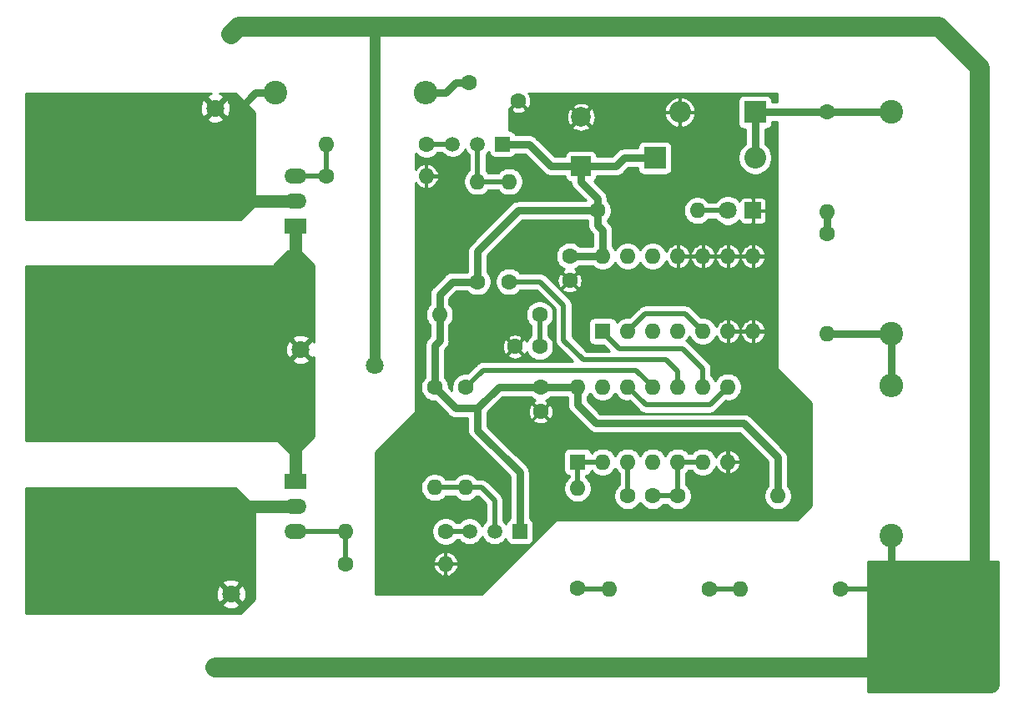
<source format=gbl>
%TF.GenerationSoftware,KiCad,Pcbnew,5.1.10-88a1d61d58~90~ubuntu20.04.1*%
%TF.CreationDate,2021-12-10T22:24:31-05:00*%
%TF.ProjectId,Load_Balancer_mk_4,4c6f6164-5f42-4616-9c61-6e6365725f6d,rev?*%
%TF.SameCoordinates,Original*%
%TF.FileFunction,Copper,L2,Bot*%
%TF.FilePolarity,Positive*%
%FSLAX46Y46*%
G04 Gerber Fmt 4.6, Leading zero omitted, Abs format (unit mm)*
G04 Created by KiCad (PCBNEW 5.1.10-88a1d61d58~90~ubuntu20.04.1) date 2021-12-10 22:24:31*
%MOMM*%
%LPD*%
G01*
G04 APERTURE LIST*
%TA.AperFunction,ComponentPad*%
%ADD10O,1.600000X1.600000*%
%TD*%
%TA.AperFunction,ComponentPad*%
%ADD11R,1.600000X1.600000*%
%TD*%
%TA.AperFunction,ComponentPad*%
%ADD12C,1.600000*%
%TD*%
%TA.AperFunction,ComponentPad*%
%ADD13O,2.400000X2.400000*%
%TD*%
%TA.AperFunction,ComponentPad*%
%ADD14C,2.400000*%
%TD*%
%TA.AperFunction,ComponentPad*%
%ADD15O,2.250000X1.550000*%
%TD*%
%TA.AperFunction,ComponentPad*%
%ADD16R,2.250000X1.550000*%
%TD*%
%TA.AperFunction,ComponentPad*%
%ADD17R,1.500000X1.500000*%
%TD*%
%TA.AperFunction,ComponentPad*%
%ADD18C,1.500000*%
%TD*%
%TA.AperFunction,ComponentPad*%
%ADD19C,1.800000*%
%TD*%
%TA.AperFunction,ComponentPad*%
%ADD20C,0.900000*%
%TD*%
%TA.AperFunction,ComponentPad*%
%ADD21C,10.600000*%
%TD*%
%TA.AperFunction,ComponentPad*%
%ADD22R,1.800000X1.800000*%
%TD*%
%TA.AperFunction,ComponentPad*%
%ADD23O,2.200000X2.200000*%
%TD*%
%TA.AperFunction,ComponentPad*%
%ADD24R,2.200000X2.200000*%
%TD*%
%TA.AperFunction,ComponentPad*%
%ADD25C,2.000000*%
%TD*%
%TA.AperFunction,ComponentPad*%
%ADD26R,2.000000X2.000000*%
%TD*%
%TA.AperFunction,ViaPad*%
%ADD27C,0.800000*%
%TD*%
%TA.AperFunction,Conductor*%
%ADD28C,0.750000*%
%TD*%
%TA.AperFunction,Conductor*%
%ADD29C,0.500000*%
%TD*%
%TA.AperFunction,Conductor*%
%ADD30C,1.250000*%
%TD*%
%TA.AperFunction,Conductor*%
%ADD31C,2.000000*%
%TD*%
%TA.AperFunction,Conductor*%
%ADD32C,1.100000*%
%TD*%
%TA.AperFunction,Conductor*%
%ADD33C,0.254000*%
%TD*%
%TA.AperFunction,Conductor*%
%ADD34C,0.100000*%
%TD*%
G04 APERTURE END LIST*
D10*
%TO.P,U1,14*%
%TO.N,+15V*%
X100650000Y-73380000D03*
%TO.P,U1,7*%
%TO.N,GND*%
X115890000Y-81000000D03*
%TO.P,U1,13*%
%TO.N,Net-(U1-Pad13)*%
X103190000Y-73380000D03*
%TO.P,U1,6*%
%TO.N,Net-(C5-Pad2)*%
X113350000Y-81000000D03*
%TO.P,U1,12*%
%TO.N,Net-(C6-Pad1)*%
X105730000Y-73380000D03*
%TO.P,U1,5*%
%TO.N,Net-(C5-Pad2)*%
X110810000Y-81000000D03*
%TO.P,U1,11*%
%TO.N,Net-(R10-Pad1)*%
X108270000Y-73380000D03*
%TO.P,U1,4*%
%TO.N,Net-(U1-Pad4)*%
X108270000Y-81000000D03*
%TO.P,U1,10*%
%TO.N,Net-(R11-Pad1)*%
X110810000Y-73380000D03*
%TO.P,U1,3*%
%TO.N,Net-(C5-Pad1)*%
X105730000Y-81000000D03*
%TO.P,U1,9*%
%TO.N,Net-(U1-Pad9)*%
X113350000Y-73380000D03*
%TO.P,U1,2*%
%TO.N,Net-(R7-Pad2)*%
X103190000Y-81000000D03*
%TO.P,U1,8*%
%TO.N,Net-(C6-Pad1)*%
X115890000Y-73380000D03*
D11*
%TO.P,U1,1*%
%TO.N,Net-(R7-Pad2)*%
X100650000Y-81000000D03*
%TD*%
D12*
%TO.P,TH1,2*%
%TO.N,GND*%
X94650000Y-44350000D03*
%TO.P,TH1,1*%
%TO.N,Net-(R18-Pad2)*%
X89650000Y-42550000D03*
%TD*%
D13*
%TO.P,R18,2*%
%TO.N,Net-(R18-Pad2)*%
X85240000Y-43550000D03*
D14*
%TO.P,R18,1*%
%TO.N,/LIVE_A*%
X70000000Y-43550000D03*
%TD*%
D15*
%TO.P,D5,3*%
%TO.N,Net-(D5-Pad3)*%
X72000000Y-88040000D03*
%TO.P,D5,2*%
%TO.N,/LIVE_B*%
X72000000Y-85500000D03*
D16*
%TO.P,D5,1*%
%TO.N,/LIVE_OUT*%
X72000000Y-82960000D03*
%TD*%
D15*
%TO.P,D4,3*%
%TO.N,Net-(D4-Pad3)*%
X72000000Y-51960000D03*
%TO.P,D4,2*%
%TO.N,/LIVE_A*%
X72000000Y-54500000D03*
D16*
%TO.P,D4,1*%
%TO.N,/LIVE_OUT*%
X72000000Y-57040000D03*
%TD*%
D17*
%TO.P,Q2,1*%
%TO.N,+15V*%
X94780000Y-88050000D03*
D18*
%TO.P,Q2,3*%
%TO.N,Net-(Q2-Pad3)*%
X89700000Y-88050000D03*
%TO.P,Q2,2*%
%TO.N,Net-(Q2-Pad2)*%
X92240000Y-88050000D03*
%TD*%
D17*
%TO.P,Q1,1*%
%TO.N,+15V*%
X93040000Y-48750000D03*
D18*
%TO.P,Q1,3*%
%TO.N,Net-(Q1-Pad3)*%
X87960000Y-48750000D03*
%TO.P,Q1,2*%
%TO.N,Net-(Q1-Pad2)*%
X90500000Y-48750000D03*
%TD*%
D10*
%TO.P,U2,14*%
%TO.N,+15V*%
X103200000Y-60130000D03*
%TO.P,U2,7*%
%TO.N,GND*%
X118440000Y-67750000D03*
%TO.P,U2,13*%
%TO.N,Net-(U2-Pad13)*%
X105740000Y-60130000D03*
%TO.P,U2,6*%
%TO.N,GND*%
X115900000Y-67750000D03*
%TO.P,U2,12*%
%TO.N,Net-(U2-Pad12)*%
X108280000Y-60130000D03*
%TO.P,U2,5*%
%TO.N,Net-(U1-Pad13)*%
X113360000Y-67750000D03*
%TO.P,U2,11*%
%TO.N,GND*%
X110820000Y-60130000D03*
%TO.P,U2,4*%
X110820000Y-67750000D03*
%TO.P,U2,10*%
X113360000Y-60130000D03*
%TO.P,U2,3*%
%TO.N,Net-(U1-Pad4)*%
X108280000Y-67750000D03*
%TO.P,U2,9*%
%TO.N,GND*%
X115900000Y-60130000D03*
%TO.P,U2,2*%
%TO.N,Net-(U1-Pad13)*%
X105740000Y-67750000D03*
%TO.P,U2,8*%
%TO.N,GND*%
X118440000Y-60130000D03*
D11*
%TO.P,U2,1*%
%TO.N,Net-(U1-Pad9)*%
X103200000Y-67750000D03*
%TD*%
D19*
%TO.P,RV3,2*%
%TO.N,NEUT*%
X63866670Y-101900000D03*
%TO.P,RV3,1*%
%TO.N,/LIVE_B*%
X65500000Y-94400000D03*
%TD*%
%TO.P,RV2,2*%
%TO.N,NEUT*%
X65533330Y-37600000D03*
%TO.P,RV2,1*%
%TO.N,/LIVE_A*%
X63900000Y-45100000D03*
%TD*%
%TO.P,RV1,2*%
%TO.N,NEUT*%
X80050000Y-71233330D03*
%TO.P,RV1,1*%
%TO.N,/LIVE_OUT*%
X72550000Y-69600000D03*
%TD*%
D10*
%TO.P,R17,2*%
%TO.N,GND*%
X87260000Y-91350000D03*
D12*
%TO.P,R17,1*%
%TO.N,Net-(D5-Pad3)*%
X77100000Y-91350000D03*
%TD*%
D10*
%TO.P,R16,2*%
%TO.N,Net-(D5-Pad3)*%
X77100000Y-88050000D03*
D12*
%TO.P,R16,1*%
%TO.N,Net-(Q2-Pad3)*%
X87260000Y-88050000D03*
%TD*%
D10*
%TO.P,R15,2*%
%TO.N,GND*%
X85310000Y-52000000D03*
D12*
%TO.P,R15,1*%
%TO.N,Net-(D4-Pad3)*%
X75150000Y-52000000D03*
%TD*%
D10*
%TO.P,R14,2*%
%TO.N,Net-(D4-Pad3)*%
X75150000Y-48750000D03*
D12*
%TO.P,R14,1*%
%TO.N,Net-(Q1-Pad3)*%
X85310000Y-48750000D03*
%TD*%
D10*
%TO.P,R13,2*%
%TO.N,Net-(Q2-Pad2)*%
X86150000Y-83610000D03*
D12*
%TO.P,R13,1*%
%TO.N,+15V*%
X86150000Y-73450000D03*
%TD*%
D10*
%TO.P,R12,2*%
%TO.N,Net-(Q1-Pad2)*%
X90500000Y-52550000D03*
D12*
%TO.P,R12,1*%
%TO.N,+15V*%
X90500000Y-62710000D03*
%TD*%
D10*
%TO.P,R11,2*%
%TO.N,Net-(Q1-Pad2)*%
X93700000Y-52550000D03*
D12*
%TO.P,R11,1*%
%TO.N,Net-(R11-Pad1)*%
X93700000Y-62710000D03*
%TD*%
D10*
%TO.P,R10,2*%
%TO.N,Net-(Q2-Pad2)*%
X89300000Y-83600000D03*
D12*
%TO.P,R10,1*%
%TO.N,Net-(R10-Pad1)*%
X89300000Y-73440000D03*
%TD*%
D10*
%TO.P,R9,2*%
%TO.N,+15V*%
X86640000Y-66050000D03*
D12*
%TO.P,R9,1*%
%TO.N,Net-(C6-Pad1)*%
X96800000Y-66050000D03*
%TD*%
D10*
%TO.P,R8,2*%
%TO.N,+15V*%
X120960000Y-84450000D03*
D12*
%TO.P,R8,1*%
%TO.N,Net-(C5-Pad2)*%
X110800000Y-84450000D03*
%TD*%
D10*
%TO.P,R7,2*%
%TO.N,Net-(R7-Pad2)*%
X100650000Y-83690000D03*
D12*
%TO.P,R7,1*%
%TO.N,Net-(R5-Pad2)*%
X100650000Y-93850000D03*
%TD*%
D10*
%TO.P,R6,2*%
%TO.N,Net-(D3-Pad2)*%
X112810000Y-55500000D03*
D12*
%TO.P,R6,1*%
%TO.N,+15V*%
X102650000Y-55500000D03*
%TD*%
D10*
%TO.P,R5,2*%
%TO.N,Net-(R5-Pad2)*%
X103890000Y-93900000D03*
D12*
%TO.P,R5,1*%
%TO.N,Net-(R4-Pad2)*%
X114050000Y-93900000D03*
%TD*%
D10*
%TO.P,R4,2*%
%TO.N,Net-(R4-Pad2)*%
X117200000Y-93900000D03*
D12*
%TO.P,R4,1*%
%TO.N,NEUT*%
X127360000Y-93900000D03*
%TD*%
D13*
%TO.P,R3,2*%
%TO.N,Net-(C2-Pad1)*%
X132500000Y-73260000D03*
D14*
%TO.P,R3,1*%
%TO.N,NEUT*%
X132500000Y-88500000D03*
%TD*%
D10*
%TO.P,R2,2*%
%TO.N,Net-(R1-Pad1)*%
X126000000Y-55660000D03*
D12*
%TO.P,R2,1*%
%TO.N,Net-(C2-Pad2)*%
X126000000Y-45500000D03*
%TD*%
D10*
%TO.P,R1,2*%
%TO.N,Net-(C2-Pad1)*%
X126000000Y-68000000D03*
D12*
%TO.P,R1,1*%
%TO.N,Net-(R1-Pad1)*%
X126000000Y-57840000D03*
%TD*%
D20*
%TO.P,J4,1*%
%TO.N,/LIVE_B*%
X52810749Y-87189251D03*
X50000000Y-86025000D03*
X47189251Y-87189251D03*
X46025000Y-90000000D03*
X47189251Y-92810749D03*
X50000000Y-93975000D03*
X52810749Y-92810749D03*
X53975000Y-90000000D03*
D21*
X50000000Y-90000000D03*
%TD*%
D20*
%TO.P,J3,1*%
%TO.N,/LIVE_A*%
X52810749Y-47189251D03*
X50000000Y-46025000D03*
X47189251Y-47189251D03*
X46025000Y-50000000D03*
X47189251Y-52810749D03*
X50000000Y-53975000D03*
X52810749Y-52810749D03*
X53975000Y-50000000D03*
D21*
X50000000Y-50000000D03*
%TD*%
D20*
%TO.P,J2,1*%
%TO.N,/LIVE_OUT*%
X52810749Y-67189251D03*
X50000000Y-66025000D03*
X47189251Y-67189251D03*
X46025000Y-70000000D03*
X47189251Y-72810749D03*
X50000000Y-73975000D03*
X52810749Y-72810749D03*
X53975000Y-70000000D03*
D21*
X50000000Y-70000000D03*
%TD*%
D20*
%TO.P,J1,1*%
%TO.N,NEUT*%
X140310749Y-95689251D03*
X137500000Y-94525000D03*
X134689251Y-95689251D03*
X133525000Y-98500000D03*
X134689251Y-101310749D03*
X137500000Y-102475000D03*
X140310749Y-101310749D03*
X141475000Y-98500000D03*
D21*
X137500000Y-98500000D03*
%TD*%
D19*
%TO.P,D3,2*%
%TO.N,Net-(D3-Pad2)*%
X115900000Y-55500000D03*
D22*
%TO.P,D3,1*%
%TO.N,GND*%
X118440000Y-55500000D03*
%TD*%
D23*
%TO.P,D2,2*%
%TO.N,Net-(C2-Pad2)*%
X118650000Y-50150000D03*
D24*
%TO.P,D2,1*%
%TO.N,+15V*%
X108490000Y-50150000D03*
%TD*%
D23*
%TO.P,D1,2*%
%TO.N,GND*%
X111030000Y-45500000D03*
D24*
%TO.P,D1,1*%
%TO.N,Net-(C2-Pad2)*%
X118650000Y-45500000D03*
%TD*%
D12*
%TO.P,C6,2*%
%TO.N,GND*%
X94300000Y-69300000D03*
%TO.P,C6,1*%
%TO.N,Net-(C6-Pad1)*%
X96800000Y-69300000D03*
%TD*%
%TO.P,C5,2*%
%TO.N,Net-(C5-Pad2)*%
X108250000Y-84450000D03*
%TO.P,C5,1*%
%TO.N,Net-(C5-Pad1)*%
X105750000Y-84450000D03*
%TD*%
%TO.P,C4,2*%
%TO.N,GND*%
X99850000Y-62600000D03*
%TO.P,C4,1*%
%TO.N,+15V*%
X99850000Y-60100000D03*
%TD*%
D25*
%TO.P,C3,2*%
%TO.N,GND*%
X101000000Y-46000000D03*
D26*
%TO.P,C3,1*%
%TO.N,+15V*%
X101000000Y-51000000D03*
%TD*%
D14*
%TO.P,C2,2*%
%TO.N,Net-(C2-Pad2)*%
X132500000Y-45500000D03*
%TO.P,C2,1*%
%TO.N,Net-(C2-Pad1)*%
X132500000Y-68000000D03*
%TD*%
D12*
%TO.P,C1,2*%
%TO.N,GND*%
X96900000Y-75900000D03*
%TO.P,C1,1*%
%TO.N,+15V*%
X96900000Y-73400000D03*
%TD*%
D27*
%TO.N,GND*%
X84650000Y-57050000D03*
X84600000Y-64000000D03*
X80800000Y-82950000D03*
%TD*%
D28*
%TO.N,+15V*%
X108490000Y-50150000D02*
X105400000Y-50150000D01*
X104550000Y-51000000D02*
X101000000Y-51000000D01*
X105400000Y-50150000D02*
X104550000Y-51000000D01*
X93040000Y-48750000D02*
X95700000Y-48750000D01*
X97950000Y-51000000D02*
X101000000Y-51000000D01*
X95700000Y-48750000D02*
X97950000Y-51000000D01*
X102650000Y-55500000D02*
X102650000Y-56950000D01*
X103200000Y-57500000D02*
X103200000Y-60130000D01*
X102650000Y-56950000D02*
X103200000Y-57500000D01*
X99880000Y-60130000D02*
X99850000Y-60100000D01*
X103200000Y-60130000D02*
X99880000Y-60130000D01*
X86640000Y-66050000D02*
X86640000Y-68710000D01*
X86150000Y-69200000D02*
X86150000Y-73450000D01*
X86640000Y-68710000D02*
X86150000Y-69200000D01*
X87940000Y-62710000D02*
X90500000Y-62710000D01*
X86640000Y-64010000D02*
X87940000Y-62710000D01*
X86640000Y-66050000D02*
X86640000Y-64010000D01*
X102650000Y-54250000D02*
X102650000Y-55500000D01*
X101000000Y-52600000D02*
X102650000Y-54250000D01*
X101000000Y-51000000D02*
X101000000Y-52600000D01*
X90500000Y-59650000D02*
X90500000Y-62710000D01*
X94650000Y-55500000D02*
X90500000Y-59650000D01*
X102650000Y-55500000D02*
X94650000Y-55500000D01*
X86150000Y-73450000D02*
X88250000Y-75550000D01*
X88250000Y-75550000D02*
X90500000Y-75550000D01*
X92650000Y-73400000D02*
X96900000Y-73400000D01*
X90500000Y-75550000D02*
X92650000Y-73400000D01*
X100630000Y-73400000D02*
X100650000Y-73380000D01*
X96900000Y-73400000D02*
X100630000Y-73400000D01*
X94780000Y-82070000D02*
X94780000Y-88050000D01*
X90500000Y-77790000D02*
X94780000Y-82070000D01*
X90500000Y-75550000D02*
X90500000Y-77790000D01*
X100650000Y-73380000D02*
X100650000Y-75200000D01*
X100650000Y-75200000D02*
X102550000Y-77100000D01*
X102550000Y-77100000D02*
X117500000Y-77100000D01*
X120960000Y-80560000D02*
X120960000Y-84450000D01*
X117500000Y-77100000D02*
X120960000Y-80560000D01*
%TO.N,Net-(C2-Pad2)*%
X132500000Y-45500000D02*
X126000000Y-45500000D01*
X126000000Y-45500000D02*
X118650000Y-45500000D01*
X118650000Y-45500000D02*
X118650000Y-50150000D01*
%TO.N,Net-(C2-Pad1)*%
X132500000Y-73260000D02*
X132500000Y-68000000D01*
X132500000Y-68000000D02*
X126000000Y-68000000D01*
D29*
%TO.N,Net-(C5-Pad2)*%
X108250000Y-84450000D02*
X110800000Y-84450000D01*
X110800000Y-81010000D02*
X110810000Y-81000000D01*
X110800000Y-84450000D02*
X110800000Y-81010000D01*
X110810000Y-81000000D02*
X113350000Y-81000000D01*
%TO.N,Net-(C5-Pad1)*%
X105750000Y-81020000D02*
X105730000Y-81000000D01*
X105750000Y-84450000D02*
X105750000Y-81020000D01*
%TO.N,Net-(C6-Pad1)*%
X96800000Y-69300000D02*
X96800000Y-66050000D01*
X105730000Y-73380000D02*
X107550000Y-75200000D01*
X114070000Y-75200000D02*
X115890000Y-73380000D01*
X107550000Y-75200000D02*
X114070000Y-75200000D01*
%TO.N,Net-(D3-Pad2)*%
X112810000Y-55500000D02*
X115900000Y-55500000D01*
D30*
%TO.N,/LIVE_A*%
X72000000Y-54500000D02*
X67500000Y-54500000D01*
D28*
X70000000Y-43550000D02*
X68000000Y-43550000D01*
X68000000Y-43550000D02*
X66450000Y-45100000D01*
D29*
%TO.N,Net-(D4-Pad3)*%
X72000000Y-51960000D02*
X75110000Y-51960000D01*
X75150000Y-52000000D02*
X75150000Y-48750000D01*
D30*
%TO.N,/LIVE_B*%
X72000000Y-85500000D02*
X67000000Y-85500000D01*
D29*
%TO.N,Net-(D5-Pad3)*%
X77090000Y-88040000D02*
X77100000Y-88050000D01*
X72000000Y-88040000D02*
X77090000Y-88040000D01*
X77100000Y-91340000D02*
X77090000Y-91350000D01*
X77100000Y-88050000D02*
X77100000Y-91340000D01*
D31*
%TO.N,NEUT*%
X133600000Y-101900000D02*
X63866670Y-101900000D01*
X137000000Y-98500000D02*
X133600000Y-101900000D01*
X137500000Y-98500000D02*
X137000000Y-98500000D01*
D29*
X127360000Y-93900000D02*
X130700000Y-93900000D01*
D28*
X132500000Y-88500000D02*
X132500000Y-91750000D01*
D32*
X80050000Y-71233330D02*
X80050000Y-36850000D01*
D31*
X66283330Y-36850000D02*
X65533330Y-37600000D01*
X141500000Y-41000000D02*
X137350000Y-36850000D01*
X137350000Y-36850000D02*
X66283330Y-36850000D01*
X141500000Y-94500000D02*
X141500000Y-41000000D01*
X137500000Y-98500000D02*
X141500000Y-94500000D01*
D29*
%TO.N,Net-(Q1-Pad3)*%
X87960000Y-48750000D02*
X85310000Y-48750000D01*
%TO.N,Net-(Q1-Pad2)*%
X93700000Y-52550000D02*
X90500000Y-52550000D01*
X90500000Y-48750000D02*
X90500000Y-52550000D01*
%TO.N,Net-(Q2-Pad3)*%
X87260000Y-88050000D02*
X89700000Y-88050000D01*
%TO.N,Net-(Q2-Pad2)*%
X89290000Y-83610000D02*
X89300000Y-83600000D01*
X86150000Y-83610000D02*
X89290000Y-83610000D01*
X89300000Y-83600000D02*
X90900000Y-83600000D01*
X92240000Y-84940000D02*
X92240000Y-88050000D01*
X90900000Y-83600000D02*
X92240000Y-84940000D01*
D28*
%TO.N,Net-(R1-Pad1)*%
X126000000Y-57840000D02*
X126000000Y-55660000D01*
D29*
%TO.N,Net-(R4-Pad2)*%
X117200000Y-93900000D02*
X114050000Y-93900000D01*
%TO.N,Net-(R5-Pad2)*%
X100700000Y-93900000D02*
X100650000Y-93850000D01*
X103890000Y-93900000D02*
X100700000Y-93900000D01*
%TO.N,Net-(R7-Pad2)*%
X100650000Y-83690000D02*
X100650000Y-81000000D01*
X100650000Y-81000000D02*
X103190000Y-81000000D01*
%TO.N,Net-(R10-Pad1)*%
X108270000Y-73370000D02*
X108270000Y-73380000D01*
X106600000Y-71700000D02*
X108270000Y-73370000D01*
X91040000Y-71700000D02*
X106600000Y-71700000D01*
X89300000Y-73440000D02*
X91040000Y-71700000D01*
%TO.N,Net-(R11-Pad1)*%
X96860000Y-62710000D02*
X93700000Y-62710000D01*
X99250000Y-65100000D02*
X96860000Y-62710000D01*
X99250000Y-68650000D02*
X99250000Y-65100000D01*
X101250000Y-70650000D02*
X99250000Y-68650000D01*
X109650000Y-70650000D02*
X101250000Y-70650000D01*
X110810000Y-71810000D02*
X109650000Y-70650000D01*
X110810000Y-73380000D02*
X110810000Y-71810000D01*
%TO.N,Net-(U1-Pad13)*%
X105740000Y-67750000D02*
X107540000Y-65950000D01*
X111560000Y-65950000D02*
X113360000Y-67750000D01*
X107540000Y-65950000D02*
X111560000Y-65950000D01*
%TO.N,Net-(U1-Pad9)*%
X103200000Y-67750000D02*
X103200000Y-67850000D01*
X103200000Y-67850000D02*
X104850000Y-69500000D01*
X104850000Y-69500000D02*
X111300000Y-69500000D01*
X113350000Y-71550000D02*
X113350000Y-73380000D01*
X111300000Y-69500000D02*
X113350000Y-71550000D01*
D30*
%TO.N,/LIVE_OUT*%
X72000000Y-82960000D02*
X72000000Y-79000000D01*
X72000000Y-57040000D02*
X72000000Y-61050000D01*
D28*
%TO.N,Net-(R18-Pad2)*%
X85240000Y-43550000D02*
X87250000Y-43550000D01*
X88250000Y-42550000D02*
X89650000Y-42550000D01*
X87250000Y-43550000D02*
X88250000Y-42550000D01*
%TD*%
D33*
%TO.N,NEUT*%
X143340001Y-103467712D02*
X143320898Y-103662540D01*
X143273692Y-103818895D01*
X143197018Y-103963096D01*
X143093792Y-104089664D01*
X142967951Y-104193768D01*
X142824289Y-104271447D01*
X142668271Y-104319742D01*
X142475527Y-104340000D01*
X130127000Y-104340000D01*
X130127000Y-91127000D01*
X143340001Y-91127000D01*
X143340001Y-103467712D01*
%TA.AperFunction,Conductor*%
D34*
G36*
X143340001Y-103467712D02*
G01*
X143320898Y-103662540D01*
X143273692Y-103818895D01*
X143197018Y-103963096D01*
X143093792Y-104089664D01*
X142967951Y-104193768D01*
X142824289Y-104271447D01*
X142668271Y-104319742D01*
X142475527Y-104340000D01*
X130127000Y-104340000D01*
X130127000Y-91127000D01*
X143340001Y-91127000D01*
X143340001Y-103467712D01*
G37*
%TD.AperFunction*%
%TD*%
D33*
%TO.N,GND*%
X120873000Y-44490000D02*
X120388072Y-44490000D01*
X120388072Y-44400000D01*
X120375812Y-44275518D01*
X120339502Y-44155820D01*
X120280537Y-44045506D01*
X120201185Y-43948815D01*
X120104494Y-43869463D01*
X119994180Y-43810498D01*
X119874482Y-43774188D01*
X119750000Y-43761928D01*
X117550000Y-43761928D01*
X117425518Y-43774188D01*
X117305820Y-43810498D01*
X117195506Y-43869463D01*
X117098815Y-43948815D01*
X117019463Y-44045506D01*
X116960498Y-44155820D01*
X116924188Y-44275518D01*
X116911928Y-44400000D01*
X116911928Y-46600000D01*
X116924188Y-46724482D01*
X116960498Y-46844180D01*
X117019463Y-46954494D01*
X117098815Y-47051185D01*
X117195506Y-47130537D01*
X117305820Y-47189502D01*
X117425518Y-47225812D01*
X117550000Y-47238072D01*
X117640000Y-47238072D01*
X117640001Y-48738193D01*
X117544002Y-48802337D01*
X117302337Y-49044002D01*
X117112463Y-49328169D01*
X116981675Y-49643919D01*
X116915000Y-49979117D01*
X116915000Y-50320883D01*
X116981675Y-50656081D01*
X117112463Y-50971831D01*
X117302337Y-51255998D01*
X117544002Y-51497663D01*
X117828169Y-51687537D01*
X118143919Y-51818325D01*
X118479117Y-51885000D01*
X118820883Y-51885000D01*
X119156081Y-51818325D01*
X119471831Y-51687537D01*
X119755998Y-51497663D01*
X119997663Y-51255998D01*
X120187537Y-50971831D01*
X120318325Y-50656081D01*
X120385000Y-50320883D01*
X120385000Y-49979117D01*
X120318325Y-49643919D01*
X120187537Y-49328169D01*
X119997663Y-49044002D01*
X119755998Y-48802337D01*
X119660000Y-48738193D01*
X119660000Y-47238072D01*
X119750000Y-47238072D01*
X119874482Y-47225812D01*
X119994180Y-47189502D01*
X120104494Y-47130537D01*
X120201185Y-47051185D01*
X120280537Y-46954494D01*
X120339502Y-46844180D01*
X120375812Y-46724482D01*
X120388072Y-46600000D01*
X120388072Y-46510000D01*
X120873000Y-46510000D01*
X120873000Y-71500000D01*
X120875440Y-71524776D01*
X120882667Y-71548601D01*
X120894403Y-71570557D01*
X120910197Y-71589803D01*
X124373000Y-75052606D01*
X124373000Y-85447394D01*
X122947394Y-86873000D01*
X98500000Y-86873000D01*
X98475224Y-86875440D01*
X98451399Y-86882667D01*
X98429443Y-86894403D01*
X98410197Y-86910197D01*
X90947394Y-94373000D01*
X80127000Y-94373000D01*
X80127000Y-91597035D01*
X86007122Y-91597035D01*
X86007954Y-91601225D01*
X86081023Y-91840660D01*
X86199400Y-92061239D01*
X86358535Y-92254486D01*
X86552313Y-92412974D01*
X86773287Y-92530612D01*
X87012965Y-92602880D01*
X87212000Y-92506850D01*
X87212000Y-91398000D01*
X87308000Y-91398000D01*
X87308000Y-92506850D01*
X87507035Y-92602880D01*
X87746713Y-92530612D01*
X87967687Y-92412974D01*
X88161465Y-92254486D01*
X88320600Y-92061239D01*
X88438977Y-91840660D01*
X88512046Y-91601225D01*
X88512878Y-91597035D01*
X88416755Y-91398000D01*
X87308000Y-91398000D01*
X87212000Y-91398000D01*
X86103245Y-91398000D01*
X86007122Y-91597035D01*
X80127000Y-91597035D01*
X80127000Y-91102965D01*
X86007122Y-91102965D01*
X86103245Y-91302000D01*
X87212000Y-91302000D01*
X87212000Y-90193150D01*
X87308000Y-90193150D01*
X87308000Y-91302000D01*
X88416755Y-91302000D01*
X88512878Y-91102965D01*
X88512046Y-91098775D01*
X88438977Y-90859340D01*
X88320600Y-90638761D01*
X88161465Y-90445514D01*
X87967687Y-90287026D01*
X87746713Y-90169388D01*
X87507035Y-90097120D01*
X87308000Y-90193150D01*
X87212000Y-90193150D01*
X87012965Y-90097120D01*
X86773287Y-90169388D01*
X86552313Y-90287026D01*
X86358535Y-90445514D01*
X86199400Y-90638761D01*
X86081023Y-90859340D01*
X86007954Y-91098775D01*
X86007122Y-91102965D01*
X80127000Y-91102965D01*
X80127000Y-80052606D01*
X84189803Y-75989803D01*
X84205597Y-75970557D01*
X84217333Y-75948601D01*
X84224560Y-75924776D01*
X84227000Y-75900000D01*
X84227000Y-52669500D01*
X84249400Y-52711239D01*
X84408535Y-52904486D01*
X84602313Y-53062974D01*
X84823287Y-53180612D01*
X85062965Y-53252880D01*
X85262000Y-53156850D01*
X85262000Y-52048000D01*
X85358000Y-52048000D01*
X85358000Y-53156850D01*
X85557035Y-53252880D01*
X85796713Y-53180612D01*
X86017687Y-53062974D01*
X86211465Y-52904486D01*
X86370600Y-52711239D01*
X86488977Y-52490660D01*
X86562046Y-52251225D01*
X86562878Y-52247035D01*
X86466755Y-52048000D01*
X85358000Y-52048000D01*
X85262000Y-52048000D01*
X85242000Y-52048000D01*
X85242000Y-51952000D01*
X85262000Y-51952000D01*
X85262000Y-50843150D01*
X85358000Y-50843150D01*
X85358000Y-51952000D01*
X86466755Y-51952000D01*
X86562878Y-51752965D01*
X86562046Y-51748775D01*
X86488977Y-51509340D01*
X86370600Y-51288761D01*
X86211465Y-51095514D01*
X86017687Y-50937026D01*
X85796713Y-50819388D01*
X85557035Y-50747120D01*
X85358000Y-50843150D01*
X85262000Y-50843150D01*
X85062965Y-50747120D01*
X84823287Y-50819388D01*
X84602313Y-50937026D01*
X84408535Y-51095514D01*
X84249400Y-51288761D01*
X84227000Y-51330500D01*
X84227000Y-49696396D01*
X84395241Y-49864637D01*
X84630273Y-50021680D01*
X84891426Y-50129853D01*
X85168665Y-50185000D01*
X85451335Y-50185000D01*
X85728574Y-50129853D01*
X85989727Y-50021680D01*
X86224759Y-49864637D01*
X86424637Y-49664759D01*
X86444521Y-49635000D01*
X86886315Y-49635000D01*
X87077114Y-49825799D01*
X87303957Y-49977371D01*
X87556011Y-50081775D01*
X87823589Y-50135000D01*
X88096411Y-50135000D01*
X88363989Y-50081775D01*
X88616043Y-49977371D01*
X88842886Y-49825799D01*
X89035799Y-49632886D01*
X89187371Y-49406043D01*
X89230000Y-49303127D01*
X89272629Y-49406043D01*
X89424201Y-49632886D01*
X89615000Y-49823685D01*
X89615001Y-51415478D01*
X89585241Y-51435363D01*
X89385363Y-51635241D01*
X89228320Y-51870273D01*
X89120147Y-52131426D01*
X89065000Y-52408665D01*
X89065000Y-52691335D01*
X89120147Y-52968574D01*
X89228320Y-53229727D01*
X89385363Y-53464759D01*
X89585241Y-53664637D01*
X89820273Y-53821680D01*
X90081426Y-53929853D01*
X90358665Y-53985000D01*
X90641335Y-53985000D01*
X90918574Y-53929853D01*
X91179727Y-53821680D01*
X91414759Y-53664637D01*
X91614637Y-53464759D01*
X91634521Y-53435000D01*
X92565479Y-53435000D01*
X92585363Y-53464759D01*
X92785241Y-53664637D01*
X93020273Y-53821680D01*
X93281426Y-53929853D01*
X93558665Y-53985000D01*
X93841335Y-53985000D01*
X94118574Y-53929853D01*
X94379727Y-53821680D01*
X94614759Y-53664637D01*
X94814637Y-53464759D01*
X94971680Y-53229727D01*
X95079853Y-52968574D01*
X95135000Y-52691335D01*
X95135000Y-52408665D01*
X95079853Y-52131426D01*
X94971680Y-51870273D01*
X94814637Y-51635241D01*
X94614759Y-51435363D01*
X94379727Y-51278320D01*
X94118574Y-51170147D01*
X93841335Y-51115000D01*
X93558665Y-51115000D01*
X93281426Y-51170147D01*
X93020273Y-51278320D01*
X92785241Y-51435363D01*
X92585363Y-51635241D01*
X92565479Y-51665000D01*
X91634521Y-51665000D01*
X91614637Y-51635241D01*
X91414759Y-51435363D01*
X91385000Y-51415479D01*
X91385000Y-49823685D01*
X91575799Y-49632886D01*
X91653555Y-49516517D01*
X91664188Y-49624482D01*
X91700498Y-49744180D01*
X91759463Y-49854494D01*
X91838815Y-49951185D01*
X91935506Y-50030537D01*
X92045820Y-50089502D01*
X92165518Y-50125812D01*
X92290000Y-50138072D01*
X93790000Y-50138072D01*
X93914482Y-50125812D01*
X94034180Y-50089502D01*
X94144494Y-50030537D01*
X94241185Y-49951185D01*
X94320537Y-49854494D01*
X94371046Y-49760000D01*
X95281645Y-49760000D01*
X97200744Y-51679100D01*
X97232367Y-51717633D01*
X97386160Y-51843847D01*
X97530846Y-51921183D01*
X97561620Y-51937632D01*
X97752005Y-51995385D01*
X97950000Y-52014886D01*
X97999608Y-52010000D01*
X99362913Y-52010000D01*
X99374188Y-52124482D01*
X99410498Y-52244180D01*
X99469463Y-52354494D01*
X99548815Y-52451185D01*
X99645506Y-52530537D01*
X99755820Y-52589502D01*
X99875518Y-52625812D01*
X99988755Y-52636964D01*
X100004615Y-52797994D01*
X100062368Y-52988379D01*
X100062369Y-52988380D01*
X100156154Y-53163840D01*
X100282368Y-53317633D01*
X100320901Y-53349256D01*
X101461645Y-54490000D01*
X94699604Y-54490000D01*
X94649999Y-54485114D01*
X94600394Y-54490000D01*
X94600392Y-54490000D01*
X94452006Y-54504615D01*
X94261620Y-54562368D01*
X94086160Y-54656153D01*
X93932367Y-54782367D01*
X93900739Y-54820906D01*
X89820906Y-58900739D01*
X89782367Y-58932367D01*
X89656153Y-59086160D01*
X89584693Y-59219853D01*
X89562368Y-59261621D01*
X89504615Y-59452006D01*
X89485114Y-59650000D01*
X89490000Y-59699608D01*
X89490001Y-61690603D01*
X89480604Y-61700000D01*
X87989608Y-61700000D01*
X87940000Y-61695114D01*
X87742005Y-61714615D01*
X87551620Y-61772368D01*
X87376160Y-61866153D01*
X87222367Y-61992367D01*
X87190743Y-62030901D01*
X85960901Y-63260744D01*
X85922368Y-63292367D01*
X85890745Y-63330900D01*
X85890744Y-63330901D01*
X85796154Y-63446160D01*
X85702368Y-63621621D01*
X85644615Y-63812006D01*
X85625114Y-64010000D01*
X85630001Y-64059617D01*
X85630000Y-65030604D01*
X85525363Y-65135241D01*
X85368320Y-65370273D01*
X85260147Y-65631426D01*
X85205000Y-65908665D01*
X85205000Y-66191335D01*
X85260147Y-66468574D01*
X85368320Y-66729727D01*
X85525363Y-66964759D01*
X85630000Y-67069396D01*
X85630001Y-68291644D01*
X85470906Y-68450739D01*
X85432367Y-68482367D01*
X85306153Y-68636160D01*
X85221690Y-68794180D01*
X85212368Y-68811621D01*
X85154615Y-69002006D01*
X85135114Y-69200000D01*
X85140000Y-69249608D01*
X85140001Y-72430603D01*
X85035363Y-72535241D01*
X84878320Y-72770273D01*
X84770147Y-73031426D01*
X84715000Y-73308665D01*
X84715000Y-73591335D01*
X84770147Y-73868574D01*
X84878320Y-74129727D01*
X85035363Y-74364759D01*
X85235241Y-74564637D01*
X85470273Y-74721680D01*
X85731426Y-74829853D01*
X86008665Y-74885000D01*
X86156645Y-74885000D01*
X87500744Y-76229100D01*
X87532367Y-76267633D01*
X87686160Y-76393847D01*
X87861620Y-76487632D01*
X88052006Y-76545385D01*
X88200392Y-76560000D01*
X88200401Y-76560000D01*
X88249999Y-76564885D01*
X88299597Y-76560000D01*
X89490000Y-76560000D01*
X89490001Y-77740383D01*
X89485114Y-77790000D01*
X89504615Y-77987994D01*
X89562368Y-78178379D01*
X89562369Y-78178380D01*
X89656154Y-78353840D01*
X89782368Y-78507633D01*
X89820901Y-78539256D01*
X93770000Y-82488355D01*
X93770001Y-86718954D01*
X93675506Y-86769463D01*
X93578815Y-86848815D01*
X93499463Y-86945506D01*
X93440498Y-87055820D01*
X93404188Y-87175518D01*
X93393555Y-87283483D01*
X93315799Y-87167114D01*
X93125000Y-86976315D01*
X93125000Y-84983465D01*
X93129281Y-84939999D01*
X93125000Y-84896533D01*
X93125000Y-84896523D01*
X93112195Y-84766510D01*
X93061589Y-84599687D01*
X92979411Y-84445941D01*
X92955210Y-84416452D01*
X92896532Y-84344953D01*
X92896530Y-84344951D01*
X92868817Y-84311183D01*
X92835050Y-84283471D01*
X91556534Y-83004956D01*
X91528817Y-82971183D01*
X91394059Y-82860589D01*
X91240313Y-82778411D01*
X91073490Y-82727805D01*
X90943477Y-82715000D01*
X90943469Y-82715000D01*
X90900000Y-82710719D01*
X90856531Y-82715000D01*
X90434521Y-82715000D01*
X90414637Y-82685241D01*
X90214759Y-82485363D01*
X89979727Y-82328320D01*
X89718574Y-82220147D01*
X89441335Y-82165000D01*
X89158665Y-82165000D01*
X88881426Y-82220147D01*
X88620273Y-82328320D01*
X88385241Y-82485363D01*
X88185363Y-82685241D01*
X88158797Y-82725000D01*
X87284521Y-82725000D01*
X87264637Y-82695241D01*
X87064759Y-82495363D01*
X86829727Y-82338320D01*
X86568574Y-82230147D01*
X86291335Y-82175000D01*
X86008665Y-82175000D01*
X85731426Y-82230147D01*
X85470273Y-82338320D01*
X85235241Y-82495363D01*
X85035363Y-82695241D01*
X84878320Y-82930273D01*
X84770147Y-83191426D01*
X84715000Y-83468665D01*
X84715000Y-83751335D01*
X84770147Y-84028574D01*
X84878320Y-84289727D01*
X85035363Y-84524759D01*
X85235241Y-84724637D01*
X85470273Y-84881680D01*
X85731426Y-84989853D01*
X86008665Y-85045000D01*
X86291335Y-85045000D01*
X86568574Y-84989853D01*
X86829727Y-84881680D01*
X87064759Y-84724637D01*
X87264637Y-84524759D01*
X87284521Y-84495000D01*
X88172160Y-84495000D01*
X88185363Y-84514759D01*
X88385241Y-84714637D01*
X88620273Y-84871680D01*
X88881426Y-84979853D01*
X89158665Y-85035000D01*
X89441335Y-85035000D01*
X89718574Y-84979853D01*
X89979727Y-84871680D01*
X90214759Y-84714637D01*
X90414637Y-84514759D01*
X90434521Y-84485000D01*
X90533422Y-84485000D01*
X91355000Y-85306579D01*
X91355001Y-86976314D01*
X91164201Y-87167114D01*
X91012629Y-87393957D01*
X90970000Y-87496873D01*
X90927371Y-87393957D01*
X90775799Y-87167114D01*
X90582886Y-86974201D01*
X90356043Y-86822629D01*
X90103989Y-86718225D01*
X89836411Y-86665000D01*
X89563589Y-86665000D01*
X89296011Y-86718225D01*
X89043957Y-86822629D01*
X88817114Y-86974201D01*
X88626315Y-87165000D01*
X88394521Y-87165000D01*
X88374637Y-87135241D01*
X88174759Y-86935363D01*
X87939727Y-86778320D01*
X87678574Y-86670147D01*
X87401335Y-86615000D01*
X87118665Y-86615000D01*
X86841426Y-86670147D01*
X86580273Y-86778320D01*
X86345241Y-86935363D01*
X86145363Y-87135241D01*
X85988320Y-87370273D01*
X85880147Y-87631426D01*
X85825000Y-87908665D01*
X85825000Y-88191335D01*
X85880147Y-88468574D01*
X85988320Y-88729727D01*
X86145363Y-88964759D01*
X86345241Y-89164637D01*
X86580273Y-89321680D01*
X86841426Y-89429853D01*
X87118665Y-89485000D01*
X87401335Y-89485000D01*
X87678574Y-89429853D01*
X87939727Y-89321680D01*
X88174759Y-89164637D01*
X88374637Y-88964759D01*
X88394521Y-88935000D01*
X88626315Y-88935000D01*
X88817114Y-89125799D01*
X89043957Y-89277371D01*
X89296011Y-89381775D01*
X89563589Y-89435000D01*
X89836411Y-89435000D01*
X90103989Y-89381775D01*
X90356043Y-89277371D01*
X90582886Y-89125799D01*
X90775799Y-88932886D01*
X90927371Y-88706043D01*
X90970000Y-88603127D01*
X91012629Y-88706043D01*
X91164201Y-88932886D01*
X91357114Y-89125799D01*
X91583957Y-89277371D01*
X91836011Y-89381775D01*
X92103589Y-89435000D01*
X92376411Y-89435000D01*
X92643989Y-89381775D01*
X92896043Y-89277371D01*
X93122886Y-89125799D01*
X93315799Y-88932886D01*
X93393555Y-88816517D01*
X93404188Y-88924482D01*
X93440498Y-89044180D01*
X93499463Y-89154494D01*
X93578815Y-89251185D01*
X93675506Y-89330537D01*
X93785820Y-89389502D01*
X93905518Y-89425812D01*
X94030000Y-89438072D01*
X95530000Y-89438072D01*
X95654482Y-89425812D01*
X95774180Y-89389502D01*
X95884494Y-89330537D01*
X95981185Y-89251185D01*
X96060537Y-89154494D01*
X96119502Y-89044180D01*
X96155812Y-88924482D01*
X96168072Y-88800000D01*
X96168072Y-87300000D01*
X96155812Y-87175518D01*
X96119502Y-87055820D01*
X96060537Y-86945506D01*
X95981185Y-86848815D01*
X95884494Y-86769463D01*
X95790000Y-86718954D01*
X95790000Y-82119604D01*
X95794886Y-82069999D01*
X95790000Y-82020392D01*
X95775385Y-81872006D01*
X95717632Y-81681620D01*
X95623847Y-81506160D01*
X95497633Y-81352367D01*
X95459094Y-81320739D01*
X94338355Y-80200000D01*
X99211928Y-80200000D01*
X99211928Y-81800000D01*
X99224188Y-81924482D01*
X99260498Y-82044180D01*
X99319463Y-82154494D01*
X99398815Y-82251185D01*
X99495506Y-82330537D01*
X99605820Y-82389502D01*
X99725518Y-82425812D01*
X99765000Y-82429701D01*
X99765000Y-82555478D01*
X99735241Y-82575363D01*
X99535363Y-82775241D01*
X99378320Y-83010273D01*
X99270147Y-83271426D01*
X99215000Y-83548665D01*
X99215000Y-83831335D01*
X99270147Y-84108574D01*
X99378320Y-84369727D01*
X99535363Y-84604759D01*
X99735241Y-84804637D01*
X99970273Y-84961680D01*
X100231426Y-85069853D01*
X100508665Y-85125000D01*
X100791335Y-85125000D01*
X101068574Y-85069853D01*
X101329727Y-84961680D01*
X101564759Y-84804637D01*
X101764637Y-84604759D01*
X101921680Y-84369727D01*
X102029853Y-84108574D01*
X102085000Y-83831335D01*
X102085000Y-83548665D01*
X102029853Y-83271426D01*
X101921680Y-83010273D01*
X101764637Y-82775241D01*
X101564759Y-82575363D01*
X101535000Y-82555479D01*
X101535000Y-82429701D01*
X101574482Y-82425812D01*
X101694180Y-82389502D01*
X101804494Y-82330537D01*
X101901185Y-82251185D01*
X101980537Y-82154494D01*
X102039502Y-82044180D01*
X102075812Y-81924482D01*
X102076643Y-81916039D01*
X102275241Y-82114637D01*
X102510273Y-82271680D01*
X102771426Y-82379853D01*
X103048665Y-82435000D01*
X103331335Y-82435000D01*
X103608574Y-82379853D01*
X103869727Y-82271680D01*
X104104759Y-82114637D01*
X104304637Y-81914759D01*
X104460000Y-81682241D01*
X104615363Y-81914759D01*
X104815241Y-82114637D01*
X104865001Y-82147885D01*
X104865000Y-83315478D01*
X104835241Y-83335363D01*
X104635363Y-83535241D01*
X104478320Y-83770273D01*
X104370147Y-84031426D01*
X104315000Y-84308665D01*
X104315000Y-84591335D01*
X104370147Y-84868574D01*
X104478320Y-85129727D01*
X104635363Y-85364759D01*
X104835241Y-85564637D01*
X105070273Y-85721680D01*
X105331426Y-85829853D01*
X105608665Y-85885000D01*
X105891335Y-85885000D01*
X106168574Y-85829853D01*
X106429727Y-85721680D01*
X106664759Y-85564637D01*
X106864637Y-85364759D01*
X107000000Y-85162173D01*
X107135363Y-85364759D01*
X107335241Y-85564637D01*
X107570273Y-85721680D01*
X107831426Y-85829853D01*
X108108665Y-85885000D01*
X108391335Y-85885000D01*
X108668574Y-85829853D01*
X108929727Y-85721680D01*
X109164759Y-85564637D01*
X109364637Y-85364759D01*
X109384521Y-85335000D01*
X109665479Y-85335000D01*
X109685363Y-85364759D01*
X109885241Y-85564637D01*
X110120273Y-85721680D01*
X110381426Y-85829853D01*
X110658665Y-85885000D01*
X110941335Y-85885000D01*
X111218574Y-85829853D01*
X111479727Y-85721680D01*
X111714759Y-85564637D01*
X111914637Y-85364759D01*
X112071680Y-85129727D01*
X112179853Y-84868574D01*
X112235000Y-84591335D01*
X112235000Y-84308665D01*
X112179853Y-84031426D01*
X112071680Y-83770273D01*
X111914637Y-83535241D01*
X111714759Y-83335363D01*
X111685000Y-83315479D01*
X111685000Y-82141203D01*
X111724759Y-82114637D01*
X111924637Y-81914759D01*
X111944521Y-81885000D01*
X112215479Y-81885000D01*
X112235363Y-81914759D01*
X112435241Y-82114637D01*
X112670273Y-82271680D01*
X112931426Y-82379853D01*
X113208665Y-82435000D01*
X113491335Y-82435000D01*
X113768574Y-82379853D01*
X114029727Y-82271680D01*
X114264759Y-82114637D01*
X114464637Y-81914759D01*
X114621680Y-81679727D01*
X114706119Y-81475872D01*
X114709388Y-81486713D01*
X114827026Y-81707687D01*
X114985514Y-81901465D01*
X115178761Y-82060600D01*
X115399340Y-82178977D01*
X115638775Y-82252046D01*
X115642965Y-82252878D01*
X115842000Y-82156755D01*
X115842000Y-81048000D01*
X115938000Y-81048000D01*
X115938000Y-82156755D01*
X116137035Y-82252878D01*
X116141225Y-82252046D01*
X116380660Y-82178977D01*
X116601239Y-82060600D01*
X116794486Y-81901465D01*
X116952974Y-81707687D01*
X117070612Y-81486713D01*
X117142880Y-81247035D01*
X117046850Y-81048000D01*
X115938000Y-81048000D01*
X115842000Y-81048000D01*
X115822000Y-81048000D01*
X115822000Y-80952000D01*
X115842000Y-80952000D01*
X115842000Y-79843245D01*
X115938000Y-79843245D01*
X115938000Y-80952000D01*
X117046850Y-80952000D01*
X117142880Y-80752965D01*
X117070612Y-80513287D01*
X116952974Y-80292313D01*
X116794486Y-80098535D01*
X116601239Y-79939400D01*
X116380660Y-79821023D01*
X116141225Y-79747954D01*
X116137035Y-79747122D01*
X115938000Y-79843245D01*
X115842000Y-79843245D01*
X115642965Y-79747122D01*
X115638775Y-79747954D01*
X115399340Y-79821023D01*
X115178761Y-79939400D01*
X114985514Y-80098535D01*
X114827026Y-80292313D01*
X114709388Y-80513287D01*
X114706119Y-80524128D01*
X114621680Y-80320273D01*
X114464637Y-80085241D01*
X114264759Y-79885363D01*
X114029727Y-79728320D01*
X113768574Y-79620147D01*
X113491335Y-79565000D01*
X113208665Y-79565000D01*
X112931426Y-79620147D01*
X112670273Y-79728320D01*
X112435241Y-79885363D01*
X112235363Y-80085241D01*
X112215479Y-80115000D01*
X111944521Y-80115000D01*
X111924637Y-80085241D01*
X111724759Y-79885363D01*
X111489727Y-79728320D01*
X111228574Y-79620147D01*
X110951335Y-79565000D01*
X110668665Y-79565000D01*
X110391426Y-79620147D01*
X110130273Y-79728320D01*
X109895241Y-79885363D01*
X109695363Y-80085241D01*
X109540000Y-80317759D01*
X109384637Y-80085241D01*
X109184759Y-79885363D01*
X108949727Y-79728320D01*
X108688574Y-79620147D01*
X108411335Y-79565000D01*
X108128665Y-79565000D01*
X107851426Y-79620147D01*
X107590273Y-79728320D01*
X107355241Y-79885363D01*
X107155363Y-80085241D01*
X107000000Y-80317759D01*
X106844637Y-80085241D01*
X106644759Y-79885363D01*
X106409727Y-79728320D01*
X106148574Y-79620147D01*
X105871335Y-79565000D01*
X105588665Y-79565000D01*
X105311426Y-79620147D01*
X105050273Y-79728320D01*
X104815241Y-79885363D01*
X104615363Y-80085241D01*
X104460000Y-80317759D01*
X104304637Y-80085241D01*
X104104759Y-79885363D01*
X103869727Y-79728320D01*
X103608574Y-79620147D01*
X103331335Y-79565000D01*
X103048665Y-79565000D01*
X102771426Y-79620147D01*
X102510273Y-79728320D01*
X102275241Y-79885363D01*
X102076643Y-80083961D01*
X102075812Y-80075518D01*
X102039502Y-79955820D01*
X101980537Y-79845506D01*
X101901185Y-79748815D01*
X101804494Y-79669463D01*
X101694180Y-79610498D01*
X101574482Y-79574188D01*
X101450000Y-79561928D01*
X99850000Y-79561928D01*
X99725518Y-79574188D01*
X99605820Y-79610498D01*
X99495506Y-79669463D01*
X99398815Y-79748815D01*
X99319463Y-79845506D01*
X99260498Y-79955820D01*
X99224188Y-80075518D01*
X99211928Y-80200000D01*
X94338355Y-80200000D01*
X91510000Y-77371645D01*
X91510000Y-76756263D01*
X96111619Y-76756263D01*
X96185127Y-76965601D01*
X96406752Y-77084591D01*
X96647332Y-77158057D01*
X96897621Y-77183177D01*
X97148002Y-77158985D01*
X97388853Y-77086411D01*
X97610917Y-76968244D01*
X97614873Y-76965601D01*
X97688381Y-76756263D01*
X96900000Y-75967882D01*
X96111619Y-76756263D01*
X91510000Y-76756263D01*
X91510000Y-75968355D01*
X91580734Y-75897621D01*
X95616823Y-75897621D01*
X95641015Y-76148002D01*
X95713589Y-76388853D01*
X95831756Y-76610917D01*
X95834399Y-76614873D01*
X96043737Y-76688381D01*
X96832118Y-75900000D01*
X96967882Y-75900000D01*
X97756263Y-76688381D01*
X97965601Y-76614873D01*
X98084591Y-76393248D01*
X98158057Y-76152668D01*
X98183177Y-75902379D01*
X98158985Y-75651998D01*
X98086411Y-75411147D01*
X97968244Y-75189083D01*
X97965601Y-75185127D01*
X97756263Y-75111619D01*
X96967882Y-75900000D01*
X96832118Y-75900000D01*
X96043737Y-75111619D01*
X95834399Y-75185127D01*
X95715409Y-75406752D01*
X95641943Y-75647332D01*
X95616823Y-75897621D01*
X91580734Y-75897621D01*
X93068355Y-74410000D01*
X95880604Y-74410000D01*
X95985241Y-74514637D01*
X96220273Y-74671680D01*
X96371887Y-74734480D01*
X96189083Y-74831756D01*
X96185127Y-74834399D01*
X96111619Y-75043737D01*
X96900000Y-75832118D01*
X97688381Y-75043737D01*
X97614873Y-74834399D01*
X97428484Y-74734327D01*
X97579727Y-74671680D01*
X97814759Y-74514637D01*
X97919396Y-74410000D01*
X99640001Y-74410000D01*
X99640001Y-75150383D01*
X99635114Y-75200000D01*
X99654615Y-75397994D01*
X99712368Y-75588379D01*
X99712369Y-75588380D01*
X99806154Y-75763840D01*
X99932368Y-75917633D01*
X99970901Y-75949256D01*
X101800743Y-77779099D01*
X101832367Y-77817633D01*
X101986160Y-77943847D01*
X102068754Y-77987994D01*
X102161620Y-78037632D01*
X102352005Y-78095385D01*
X102550000Y-78114886D01*
X102599608Y-78110000D01*
X117081645Y-78110000D01*
X119950000Y-80978356D01*
X119950001Y-83430603D01*
X119845363Y-83535241D01*
X119688320Y-83770273D01*
X119580147Y-84031426D01*
X119525000Y-84308665D01*
X119525000Y-84591335D01*
X119580147Y-84868574D01*
X119688320Y-85129727D01*
X119845363Y-85364759D01*
X120045241Y-85564637D01*
X120280273Y-85721680D01*
X120541426Y-85829853D01*
X120818665Y-85885000D01*
X121101335Y-85885000D01*
X121378574Y-85829853D01*
X121639727Y-85721680D01*
X121874759Y-85564637D01*
X122074637Y-85364759D01*
X122231680Y-85129727D01*
X122339853Y-84868574D01*
X122395000Y-84591335D01*
X122395000Y-84308665D01*
X122339853Y-84031426D01*
X122231680Y-83770273D01*
X122074637Y-83535241D01*
X121970000Y-83430604D01*
X121970000Y-80609608D01*
X121974886Y-80560000D01*
X121955385Y-80362005D01*
X121897632Y-80171620D01*
X121884903Y-80147805D01*
X121803847Y-79996160D01*
X121677633Y-79842367D01*
X121639100Y-79810744D01*
X118249261Y-76420906D01*
X118217633Y-76382367D01*
X118063840Y-76256153D01*
X117888380Y-76162368D01*
X117697994Y-76104615D01*
X117549608Y-76090000D01*
X117500000Y-76085114D01*
X117450392Y-76090000D01*
X102968356Y-76090000D01*
X101660000Y-74781645D01*
X101660000Y-74399396D01*
X101764637Y-74294759D01*
X101920000Y-74062241D01*
X102075363Y-74294759D01*
X102275241Y-74494637D01*
X102510273Y-74651680D01*
X102771426Y-74759853D01*
X103048665Y-74815000D01*
X103331335Y-74815000D01*
X103608574Y-74759853D01*
X103869727Y-74651680D01*
X104104759Y-74494637D01*
X104304637Y-74294759D01*
X104460000Y-74062241D01*
X104615363Y-74294759D01*
X104815241Y-74494637D01*
X105050273Y-74651680D01*
X105311426Y-74759853D01*
X105588665Y-74815000D01*
X105871335Y-74815000D01*
X105906439Y-74808017D01*
X106893470Y-75795049D01*
X106921183Y-75828817D01*
X106954951Y-75856530D01*
X106954953Y-75856532D01*
X107055941Y-75939411D01*
X107209686Y-76021589D01*
X107376510Y-76072195D01*
X107506523Y-76085000D01*
X107506531Y-76085000D01*
X107550000Y-76089281D01*
X107593469Y-76085000D01*
X114026531Y-76085000D01*
X114070000Y-76089281D01*
X114113469Y-76085000D01*
X114113477Y-76085000D01*
X114243490Y-76072195D01*
X114410313Y-76021589D01*
X114564059Y-75939411D01*
X114698817Y-75828817D01*
X114726534Y-75795044D01*
X115713561Y-74808017D01*
X115748665Y-74815000D01*
X116031335Y-74815000D01*
X116308574Y-74759853D01*
X116569727Y-74651680D01*
X116804759Y-74494637D01*
X117004637Y-74294759D01*
X117161680Y-74059727D01*
X117269853Y-73798574D01*
X117325000Y-73521335D01*
X117325000Y-73238665D01*
X117269853Y-72961426D01*
X117161680Y-72700273D01*
X117004637Y-72465241D01*
X116804759Y-72265363D01*
X116569727Y-72108320D01*
X116308574Y-72000147D01*
X116031335Y-71945000D01*
X115748665Y-71945000D01*
X115471426Y-72000147D01*
X115210273Y-72108320D01*
X114975241Y-72265363D01*
X114775363Y-72465241D01*
X114620000Y-72697759D01*
X114464637Y-72465241D01*
X114264759Y-72265363D01*
X114235000Y-72245479D01*
X114235000Y-71593469D01*
X114239281Y-71550000D01*
X114235000Y-71506531D01*
X114235000Y-71506523D01*
X114222195Y-71376510D01*
X114171589Y-71209687D01*
X114089411Y-71055941D01*
X113978817Y-70921183D01*
X113945050Y-70893471D01*
X111956534Y-68904956D01*
X111928817Y-68871183D01*
X111794059Y-68760589D01*
X111671513Y-68695087D01*
X111724486Y-68651465D01*
X111882974Y-68457687D01*
X112000612Y-68236713D01*
X112003881Y-68225872D01*
X112088320Y-68429727D01*
X112245363Y-68664759D01*
X112445241Y-68864637D01*
X112680273Y-69021680D01*
X112941426Y-69129853D01*
X113218665Y-69185000D01*
X113501335Y-69185000D01*
X113778574Y-69129853D01*
X114039727Y-69021680D01*
X114274759Y-68864637D01*
X114474637Y-68664759D01*
X114631680Y-68429727D01*
X114716119Y-68225872D01*
X114719388Y-68236713D01*
X114837026Y-68457687D01*
X114995514Y-68651465D01*
X115188761Y-68810600D01*
X115409340Y-68928977D01*
X115648775Y-69002046D01*
X115652965Y-69002878D01*
X115852000Y-68906755D01*
X115852000Y-67798000D01*
X115948000Y-67798000D01*
X115948000Y-68906755D01*
X116147035Y-69002878D01*
X116151225Y-69002046D01*
X116390660Y-68928977D01*
X116611239Y-68810600D01*
X116804486Y-68651465D01*
X116962974Y-68457687D01*
X117080612Y-68236713D01*
X117152880Y-67997035D01*
X117187120Y-67997035D01*
X117259388Y-68236713D01*
X117377026Y-68457687D01*
X117535514Y-68651465D01*
X117728761Y-68810600D01*
X117949340Y-68928977D01*
X118188775Y-69002046D01*
X118192965Y-69002878D01*
X118392000Y-68906755D01*
X118392000Y-67798000D01*
X118488000Y-67798000D01*
X118488000Y-68906755D01*
X118687035Y-69002878D01*
X118691225Y-69002046D01*
X118930660Y-68928977D01*
X119151239Y-68810600D01*
X119344486Y-68651465D01*
X119502974Y-68457687D01*
X119620612Y-68236713D01*
X119692880Y-67997035D01*
X119596850Y-67798000D01*
X118488000Y-67798000D01*
X118392000Y-67798000D01*
X117283150Y-67798000D01*
X117187120Y-67997035D01*
X117152880Y-67997035D01*
X117056850Y-67798000D01*
X115948000Y-67798000D01*
X115852000Y-67798000D01*
X115832000Y-67798000D01*
X115832000Y-67702000D01*
X115852000Y-67702000D01*
X115852000Y-66593245D01*
X115948000Y-66593245D01*
X115948000Y-67702000D01*
X117056850Y-67702000D01*
X117152880Y-67502965D01*
X117187120Y-67502965D01*
X117283150Y-67702000D01*
X118392000Y-67702000D01*
X118392000Y-66593245D01*
X118488000Y-66593245D01*
X118488000Y-67702000D01*
X119596850Y-67702000D01*
X119692880Y-67502965D01*
X119620612Y-67263287D01*
X119502974Y-67042313D01*
X119344486Y-66848535D01*
X119151239Y-66689400D01*
X118930660Y-66571023D01*
X118691225Y-66497954D01*
X118687035Y-66497122D01*
X118488000Y-66593245D01*
X118392000Y-66593245D01*
X118192965Y-66497122D01*
X118188775Y-66497954D01*
X117949340Y-66571023D01*
X117728761Y-66689400D01*
X117535514Y-66848535D01*
X117377026Y-67042313D01*
X117259388Y-67263287D01*
X117187120Y-67502965D01*
X117152880Y-67502965D01*
X117080612Y-67263287D01*
X116962974Y-67042313D01*
X116804486Y-66848535D01*
X116611239Y-66689400D01*
X116390660Y-66571023D01*
X116151225Y-66497954D01*
X116147035Y-66497122D01*
X115948000Y-66593245D01*
X115852000Y-66593245D01*
X115652965Y-66497122D01*
X115648775Y-66497954D01*
X115409340Y-66571023D01*
X115188761Y-66689400D01*
X114995514Y-66848535D01*
X114837026Y-67042313D01*
X114719388Y-67263287D01*
X114716119Y-67274128D01*
X114631680Y-67070273D01*
X114474637Y-66835241D01*
X114274759Y-66635363D01*
X114039727Y-66478320D01*
X113778574Y-66370147D01*
X113501335Y-66315000D01*
X113218665Y-66315000D01*
X113183561Y-66321983D01*
X112216534Y-65354956D01*
X112188817Y-65321183D01*
X112054059Y-65210589D01*
X111900313Y-65128411D01*
X111733490Y-65077805D01*
X111603477Y-65065000D01*
X111603469Y-65065000D01*
X111560000Y-65060719D01*
X111516531Y-65065000D01*
X107583465Y-65065000D01*
X107539999Y-65060719D01*
X107496533Y-65065000D01*
X107496523Y-65065000D01*
X107366510Y-65077805D01*
X107199687Y-65128411D01*
X107045941Y-65210589D01*
X107045939Y-65210590D01*
X107045940Y-65210590D01*
X106944953Y-65293468D01*
X106944951Y-65293470D01*
X106911183Y-65321183D01*
X106883470Y-65354951D01*
X105916439Y-66321983D01*
X105881335Y-66315000D01*
X105598665Y-66315000D01*
X105321426Y-66370147D01*
X105060273Y-66478320D01*
X104825241Y-66635363D01*
X104626643Y-66833961D01*
X104625812Y-66825518D01*
X104589502Y-66705820D01*
X104530537Y-66595506D01*
X104451185Y-66498815D01*
X104354494Y-66419463D01*
X104244180Y-66360498D01*
X104124482Y-66324188D01*
X104000000Y-66311928D01*
X102400000Y-66311928D01*
X102275518Y-66324188D01*
X102155820Y-66360498D01*
X102045506Y-66419463D01*
X101948815Y-66498815D01*
X101869463Y-66595506D01*
X101810498Y-66705820D01*
X101774188Y-66825518D01*
X101761928Y-66950000D01*
X101761928Y-68550000D01*
X101774188Y-68674482D01*
X101810498Y-68794180D01*
X101869463Y-68904494D01*
X101948815Y-69001185D01*
X102045506Y-69080537D01*
X102155820Y-69139502D01*
X102275518Y-69175812D01*
X102400000Y-69188072D01*
X103286494Y-69188072D01*
X103863421Y-69765000D01*
X101616579Y-69765000D01*
X100135000Y-68283422D01*
X100135000Y-65143465D01*
X100139281Y-65099999D01*
X100135000Y-65056533D01*
X100135000Y-65056523D01*
X100122195Y-64926510D01*
X100071589Y-64759687D01*
X99989411Y-64605941D01*
X99878817Y-64471183D01*
X99845049Y-64443470D01*
X98857842Y-63456263D01*
X99061619Y-63456263D01*
X99135127Y-63665601D01*
X99356752Y-63784591D01*
X99597332Y-63858057D01*
X99847621Y-63883177D01*
X100098002Y-63858985D01*
X100338853Y-63786411D01*
X100560917Y-63668244D01*
X100564873Y-63665601D01*
X100638381Y-63456263D01*
X99850000Y-62667882D01*
X99061619Y-63456263D01*
X98857842Y-63456263D01*
X97999200Y-62597621D01*
X98566823Y-62597621D01*
X98591015Y-62848002D01*
X98663589Y-63088853D01*
X98781756Y-63310917D01*
X98784399Y-63314873D01*
X98993737Y-63388381D01*
X99782118Y-62600000D01*
X99917882Y-62600000D01*
X100706263Y-63388381D01*
X100915601Y-63314873D01*
X101034591Y-63093248D01*
X101108057Y-62852668D01*
X101133177Y-62602379D01*
X101108985Y-62351998D01*
X101036411Y-62111147D01*
X100918244Y-61889083D01*
X100915601Y-61885127D01*
X100706263Y-61811619D01*
X99917882Y-62600000D01*
X99782118Y-62600000D01*
X98993737Y-61811619D01*
X98784399Y-61885127D01*
X98665409Y-62106752D01*
X98591943Y-62347332D01*
X98566823Y-62597621D01*
X97999200Y-62597621D01*
X97516534Y-62114956D01*
X97488817Y-62081183D01*
X97354059Y-61970589D01*
X97200313Y-61888411D01*
X97033490Y-61837805D01*
X96903477Y-61825000D01*
X96903469Y-61825000D01*
X96860000Y-61820719D01*
X96816531Y-61825000D01*
X94834521Y-61825000D01*
X94814637Y-61795241D01*
X94614759Y-61595363D01*
X94379727Y-61438320D01*
X94118574Y-61330147D01*
X93841335Y-61275000D01*
X93558665Y-61275000D01*
X93281426Y-61330147D01*
X93020273Y-61438320D01*
X92785241Y-61595363D01*
X92585363Y-61795241D01*
X92428320Y-62030273D01*
X92320147Y-62291426D01*
X92265000Y-62568665D01*
X92265000Y-62851335D01*
X92320147Y-63128574D01*
X92428320Y-63389727D01*
X92585363Y-63624759D01*
X92785241Y-63824637D01*
X93020273Y-63981680D01*
X93281426Y-64089853D01*
X93558665Y-64145000D01*
X93841335Y-64145000D01*
X94118574Y-64089853D01*
X94379727Y-63981680D01*
X94614759Y-63824637D01*
X94814637Y-63624759D01*
X94834521Y-63595000D01*
X96493422Y-63595000D01*
X98365001Y-65466580D01*
X98365000Y-68606531D01*
X98360719Y-68650000D01*
X98365000Y-68693469D01*
X98365000Y-68693476D01*
X98371610Y-68760589D01*
X98377805Y-68823490D01*
X98390287Y-68864637D01*
X98428411Y-68990312D01*
X98510589Y-69144058D01*
X98621183Y-69278817D01*
X98654956Y-69306534D01*
X100163421Y-70815000D01*
X91083469Y-70815000D01*
X91040000Y-70810719D01*
X90996531Y-70815000D01*
X90996523Y-70815000D01*
X90866510Y-70827805D01*
X90699686Y-70878411D01*
X90545941Y-70960589D01*
X90444953Y-71043468D01*
X90444951Y-71043470D01*
X90411183Y-71071183D01*
X90383470Y-71104951D01*
X89476439Y-72011983D01*
X89441335Y-72005000D01*
X89158665Y-72005000D01*
X88881426Y-72060147D01*
X88620273Y-72168320D01*
X88385241Y-72325363D01*
X88185363Y-72525241D01*
X88028320Y-72760273D01*
X87920147Y-73021426D01*
X87865000Y-73298665D01*
X87865000Y-73581335D01*
X87903564Y-73775209D01*
X87585000Y-73456645D01*
X87585000Y-73308665D01*
X87529853Y-73031426D01*
X87421680Y-72770273D01*
X87264637Y-72535241D01*
X87160000Y-72430604D01*
X87160000Y-70156263D01*
X93511619Y-70156263D01*
X93585127Y-70365601D01*
X93806752Y-70484591D01*
X94047332Y-70558057D01*
X94297621Y-70583177D01*
X94548002Y-70558985D01*
X94788853Y-70486411D01*
X95010917Y-70368244D01*
X95014873Y-70365601D01*
X95088381Y-70156263D01*
X94300000Y-69367882D01*
X93511619Y-70156263D01*
X87160000Y-70156263D01*
X87160000Y-69618355D01*
X87319094Y-69459261D01*
X87357633Y-69427633D01*
X87464330Y-69297621D01*
X93016823Y-69297621D01*
X93041015Y-69548002D01*
X93113589Y-69788853D01*
X93231756Y-70010917D01*
X93234399Y-70014873D01*
X93443737Y-70088381D01*
X94232118Y-69300000D01*
X94367882Y-69300000D01*
X95156263Y-70088381D01*
X95365601Y-70014873D01*
X95465673Y-69828484D01*
X95528320Y-69979727D01*
X95685363Y-70214759D01*
X95885241Y-70414637D01*
X96120273Y-70571680D01*
X96381426Y-70679853D01*
X96658665Y-70735000D01*
X96941335Y-70735000D01*
X97218574Y-70679853D01*
X97479727Y-70571680D01*
X97714759Y-70414637D01*
X97914637Y-70214759D01*
X98071680Y-69979727D01*
X98179853Y-69718574D01*
X98235000Y-69441335D01*
X98235000Y-69158665D01*
X98179853Y-68881426D01*
X98071680Y-68620273D01*
X97914637Y-68385241D01*
X97714759Y-68185363D01*
X97685000Y-68165479D01*
X97685000Y-67184521D01*
X97714759Y-67164637D01*
X97914637Y-66964759D01*
X98071680Y-66729727D01*
X98179853Y-66468574D01*
X98235000Y-66191335D01*
X98235000Y-65908665D01*
X98179853Y-65631426D01*
X98071680Y-65370273D01*
X97914637Y-65135241D01*
X97714759Y-64935363D01*
X97479727Y-64778320D01*
X97218574Y-64670147D01*
X96941335Y-64615000D01*
X96658665Y-64615000D01*
X96381426Y-64670147D01*
X96120273Y-64778320D01*
X95885241Y-64935363D01*
X95685363Y-65135241D01*
X95528320Y-65370273D01*
X95420147Y-65631426D01*
X95365000Y-65908665D01*
X95365000Y-66191335D01*
X95420147Y-66468574D01*
X95528320Y-66729727D01*
X95685363Y-66964759D01*
X95885241Y-67164637D01*
X95915001Y-67184522D01*
X95915000Y-68165478D01*
X95885241Y-68185363D01*
X95685363Y-68385241D01*
X95528320Y-68620273D01*
X95465520Y-68771887D01*
X95368244Y-68589083D01*
X95365601Y-68585127D01*
X95156263Y-68511619D01*
X94367882Y-69300000D01*
X94232118Y-69300000D01*
X93443737Y-68511619D01*
X93234399Y-68585127D01*
X93115409Y-68806752D01*
X93041943Y-69047332D01*
X93016823Y-69297621D01*
X87464330Y-69297621D01*
X87483847Y-69273840D01*
X87577632Y-69098380D01*
X87605673Y-69005941D01*
X87635385Y-68907995D01*
X87654886Y-68710000D01*
X87650000Y-68660392D01*
X87650000Y-68443737D01*
X93511619Y-68443737D01*
X94300000Y-69232118D01*
X95088381Y-68443737D01*
X95014873Y-68234399D01*
X94793248Y-68115409D01*
X94552668Y-68041943D01*
X94302379Y-68016823D01*
X94051998Y-68041015D01*
X93811147Y-68113589D01*
X93589083Y-68231756D01*
X93585127Y-68234399D01*
X93511619Y-68443737D01*
X87650000Y-68443737D01*
X87650000Y-67069396D01*
X87754637Y-66964759D01*
X87911680Y-66729727D01*
X88019853Y-66468574D01*
X88075000Y-66191335D01*
X88075000Y-65908665D01*
X88019853Y-65631426D01*
X87911680Y-65370273D01*
X87754637Y-65135241D01*
X87650000Y-65030604D01*
X87650000Y-64428355D01*
X88358356Y-63720000D01*
X89480604Y-63720000D01*
X89585241Y-63824637D01*
X89820273Y-63981680D01*
X90081426Y-64089853D01*
X90358665Y-64145000D01*
X90641335Y-64145000D01*
X90918574Y-64089853D01*
X91179727Y-63981680D01*
X91414759Y-63824637D01*
X91614637Y-63624759D01*
X91771680Y-63389727D01*
X91879853Y-63128574D01*
X91935000Y-62851335D01*
X91935000Y-62568665D01*
X91879853Y-62291426D01*
X91771680Y-62030273D01*
X91614637Y-61795241D01*
X91510000Y-61690604D01*
X91510000Y-60068355D01*
X95068355Y-56510000D01*
X101630604Y-56510000D01*
X101640001Y-56519397D01*
X101640001Y-56900383D01*
X101635114Y-56950000D01*
X101654615Y-57147994D01*
X101712368Y-57338379D01*
X101712369Y-57338380D01*
X101806154Y-57513840D01*
X101932368Y-57667633D01*
X101970901Y-57699256D01*
X102190000Y-57918355D01*
X102190001Y-59110603D01*
X102180604Y-59120000D01*
X100899396Y-59120000D01*
X100764759Y-58985363D01*
X100529727Y-58828320D01*
X100268574Y-58720147D01*
X99991335Y-58665000D01*
X99708665Y-58665000D01*
X99431426Y-58720147D01*
X99170273Y-58828320D01*
X98935241Y-58985363D01*
X98735363Y-59185241D01*
X98578320Y-59420273D01*
X98470147Y-59681426D01*
X98415000Y-59958665D01*
X98415000Y-60241335D01*
X98470147Y-60518574D01*
X98578320Y-60779727D01*
X98735363Y-61014759D01*
X98935241Y-61214637D01*
X99170273Y-61371680D01*
X99321887Y-61434480D01*
X99139083Y-61531756D01*
X99135127Y-61534399D01*
X99061619Y-61743737D01*
X99850000Y-62532118D01*
X100638381Y-61743737D01*
X100564873Y-61534399D01*
X100378484Y-61434327D01*
X100529727Y-61371680D01*
X100764759Y-61214637D01*
X100839396Y-61140000D01*
X102180604Y-61140000D01*
X102285241Y-61244637D01*
X102520273Y-61401680D01*
X102781426Y-61509853D01*
X103058665Y-61565000D01*
X103341335Y-61565000D01*
X103618574Y-61509853D01*
X103879727Y-61401680D01*
X104114759Y-61244637D01*
X104314637Y-61044759D01*
X104470000Y-60812241D01*
X104625363Y-61044759D01*
X104825241Y-61244637D01*
X105060273Y-61401680D01*
X105321426Y-61509853D01*
X105598665Y-61565000D01*
X105881335Y-61565000D01*
X106158574Y-61509853D01*
X106419727Y-61401680D01*
X106654759Y-61244637D01*
X106854637Y-61044759D01*
X107010000Y-60812241D01*
X107165363Y-61044759D01*
X107365241Y-61244637D01*
X107600273Y-61401680D01*
X107861426Y-61509853D01*
X108138665Y-61565000D01*
X108421335Y-61565000D01*
X108698574Y-61509853D01*
X108959727Y-61401680D01*
X109194759Y-61244637D01*
X109394637Y-61044759D01*
X109551680Y-60809727D01*
X109636119Y-60605872D01*
X109639388Y-60616713D01*
X109757026Y-60837687D01*
X109915514Y-61031465D01*
X110108761Y-61190600D01*
X110329340Y-61308977D01*
X110568775Y-61382046D01*
X110572965Y-61382878D01*
X110772000Y-61286755D01*
X110772000Y-60178000D01*
X110868000Y-60178000D01*
X110868000Y-61286755D01*
X111067035Y-61382878D01*
X111071225Y-61382046D01*
X111310660Y-61308977D01*
X111531239Y-61190600D01*
X111724486Y-61031465D01*
X111882974Y-60837687D01*
X112000612Y-60616713D01*
X112072880Y-60377035D01*
X112107120Y-60377035D01*
X112179388Y-60616713D01*
X112297026Y-60837687D01*
X112455514Y-61031465D01*
X112648761Y-61190600D01*
X112869340Y-61308977D01*
X113108775Y-61382046D01*
X113112965Y-61382878D01*
X113312000Y-61286755D01*
X113312000Y-60178000D01*
X113408000Y-60178000D01*
X113408000Y-61286755D01*
X113607035Y-61382878D01*
X113611225Y-61382046D01*
X113850660Y-61308977D01*
X114071239Y-61190600D01*
X114264486Y-61031465D01*
X114422974Y-60837687D01*
X114540612Y-60616713D01*
X114612880Y-60377035D01*
X114647120Y-60377035D01*
X114719388Y-60616713D01*
X114837026Y-60837687D01*
X114995514Y-61031465D01*
X115188761Y-61190600D01*
X115409340Y-61308977D01*
X115648775Y-61382046D01*
X115652965Y-61382878D01*
X115852000Y-61286755D01*
X115852000Y-60178000D01*
X115948000Y-60178000D01*
X115948000Y-61286755D01*
X116147035Y-61382878D01*
X116151225Y-61382046D01*
X116390660Y-61308977D01*
X116611239Y-61190600D01*
X116804486Y-61031465D01*
X116962974Y-60837687D01*
X117080612Y-60616713D01*
X117152880Y-60377035D01*
X117187120Y-60377035D01*
X117259388Y-60616713D01*
X117377026Y-60837687D01*
X117535514Y-61031465D01*
X117728761Y-61190600D01*
X117949340Y-61308977D01*
X118188775Y-61382046D01*
X118192965Y-61382878D01*
X118392000Y-61286755D01*
X118392000Y-60178000D01*
X118488000Y-60178000D01*
X118488000Y-61286755D01*
X118687035Y-61382878D01*
X118691225Y-61382046D01*
X118930660Y-61308977D01*
X119151239Y-61190600D01*
X119344486Y-61031465D01*
X119502974Y-60837687D01*
X119620612Y-60616713D01*
X119692880Y-60377035D01*
X119596850Y-60178000D01*
X118488000Y-60178000D01*
X118392000Y-60178000D01*
X117283150Y-60178000D01*
X117187120Y-60377035D01*
X117152880Y-60377035D01*
X117056850Y-60178000D01*
X115948000Y-60178000D01*
X115852000Y-60178000D01*
X114743150Y-60178000D01*
X114647120Y-60377035D01*
X114612880Y-60377035D01*
X114516850Y-60178000D01*
X113408000Y-60178000D01*
X113312000Y-60178000D01*
X112203150Y-60178000D01*
X112107120Y-60377035D01*
X112072880Y-60377035D01*
X111976850Y-60178000D01*
X110868000Y-60178000D01*
X110772000Y-60178000D01*
X110752000Y-60178000D01*
X110752000Y-60082000D01*
X110772000Y-60082000D01*
X110772000Y-58973245D01*
X110868000Y-58973245D01*
X110868000Y-60082000D01*
X111976850Y-60082000D01*
X112072880Y-59882965D01*
X112107120Y-59882965D01*
X112203150Y-60082000D01*
X113312000Y-60082000D01*
X113312000Y-58973245D01*
X113408000Y-58973245D01*
X113408000Y-60082000D01*
X114516850Y-60082000D01*
X114612880Y-59882965D01*
X114647120Y-59882965D01*
X114743150Y-60082000D01*
X115852000Y-60082000D01*
X115852000Y-58973245D01*
X115948000Y-58973245D01*
X115948000Y-60082000D01*
X117056850Y-60082000D01*
X117152880Y-59882965D01*
X117187120Y-59882965D01*
X117283150Y-60082000D01*
X118392000Y-60082000D01*
X118392000Y-58973245D01*
X118488000Y-58973245D01*
X118488000Y-60082000D01*
X119596850Y-60082000D01*
X119692880Y-59882965D01*
X119620612Y-59643287D01*
X119502974Y-59422313D01*
X119344486Y-59228535D01*
X119151239Y-59069400D01*
X118930660Y-58951023D01*
X118691225Y-58877954D01*
X118687035Y-58877122D01*
X118488000Y-58973245D01*
X118392000Y-58973245D01*
X118192965Y-58877122D01*
X118188775Y-58877954D01*
X117949340Y-58951023D01*
X117728761Y-59069400D01*
X117535514Y-59228535D01*
X117377026Y-59422313D01*
X117259388Y-59643287D01*
X117187120Y-59882965D01*
X117152880Y-59882965D01*
X117080612Y-59643287D01*
X116962974Y-59422313D01*
X116804486Y-59228535D01*
X116611239Y-59069400D01*
X116390660Y-58951023D01*
X116151225Y-58877954D01*
X116147035Y-58877122D01*
X115948000Y-58973245D01*
X115852000Y-58973245D01*
X115652965Y-58877122D01*
X115648775Y-58877954D01*
X115409340Y-58951023D01*
X115188761Y-59069400D01*
X114995514Y-59228535D01*
X114837026Y-59422313D01*
X114719388Y-59643287D01*
X114647120Y-59882965D01*
X114612880Y-59882965D01*
X114540612Y-59643287D01*
X114422974Y-59422313D01*
X114264486Y-59228535D01*
X114071239Y-59069400D01*
X113850660Y-58951023D01*
X113611225Y-58877954D01*
X113607035Y-58877122D01*
X113408000Y-58973245D01*
X113312000Y-58973245D01*
X113112965Y-58877122D01*
X113108775Y-58877954D01*
X112869340Y-58951023D01*
X112648761Y-59069400D01*
X112455514Y-59228535D01*
X112297026Y-59422313D01*
X112179388Y-59643287D01*
X112107120Y-59882965D01*
X112072880Y-59882965D01*
X112000612Y-59643287D01*
X111882974Y-59422313D01*
X111724486Y-59228535D01*
X111531239Y-59069400D01*
X111310660Y-58951023D01*
X111071225Y-58877954D01*
X111067035Y-58877122D01*
X110868000Y-58973245D01*
X110772000Y-58973245D01*
X110572965Y-58877122D01*
X110568775Y-58877954D01*
X110329340Y-58951023D01*
X110108761Y-59069400D01*
X109915514Y-59228535D01*
X109757026Y-59422313D01*
X109639388Y-59643287D01*
X109636119Y-59654128D01*
X109551680Y-59450273D01*
X109394637Y-59215241D01*
X109194759Y-59015363D01*
X108959727Y-58858320D01*
X108698574Y-58750147D01*
X108421335Y-58695000D01*
X108138665Y-58695000D01*
X107861426Y-58750147D01*
X107600273Y-58858320D01*
X107365241Y-59015363D01*
X107165363Y-59215241D01*
X107010000Y-59447759D01*
X106854637Y-59215241D01*
X106654759Y-59015363D01*
X106419727Y-58858320D01*
X106158574Y-58750147D01*
X105881335Y-58695000D01*
X105598665Y-58695000D01*
X105321426Y-58750147D01*
X105060273Y-58858320D01*
X104825241Y-59015363D01*
X104625363Y-59215241D01*
X104470000Y-59447759D01*
X104314637Y-59215241D01*
X104210000Y-59110604D01*
X104210000Y-57549597D01*
X104214885Y-57499999D01*
X104210000Y-57450401D01*
X104210000Y-57450392D01*
X104195385Y-57302006D01*
X104137632Y-57111620D01*
X104043847Y-56936160D01*
X103917633Y-56782367D01*
X103879094Y-56750739D01*
X103660000Y-56531645D01*
X103660000Y-56519396D01*
X103764637Y-56414759D01*
X103921680Y-56179727D01*
X104029853Y-55918574D01*
X104085000Y-55641335D01*
X104085000Y-55358665D01*
X111375000Y-55358665D01*
X111375000Y-55641335D01*
X111430147Y-55918574D01*
X111538320Y-56179727D01*
X111695363Y-56414759D01*
X111895241Y-56614637D01*
X112130273Y-56771680D01*
X112391426Y-56879853D01*
X112668665Y-56935000D01*
X112951335Y-56935000D01*
X113228574Y-56879853D01*
X113489727Y-56771680D01*
X113724759Y-56614637D01*
X113924637Y-56414759D01*
X113944521Y-56385000D01*
X114645210Y-56385000D01*
X114707688Y-56478505D01*
X114921495Y-56692312D01*
X115172905Y-56860299D01*
X115452257Y-56976011D01*
X115748816Y-57035000D01*
X116051184Y-57035000D01*
X116347743Y-56976011D01*
X116627095Y-56860299D01*
X116878505Y-56692312D01*
X117071626Y-56499191D01*
X117097177Y-56583423D01*
X117141470Y-56666289D01*
X117201078Y-56738922D01*
X117273711Y-56798530D01*
X117356577Y-56842823D01*
X117446492Y-56870098D01*
X117540000Y-56879308D01*
X118272750Y-56877000D01*
X118392000Y-56757750D01*
X118392000Y-55548000D01*
X118488000Y-55548000D01*
X118488000Y-56757750D01*
X118607250Y-56877000D01*
X119340000Y-56879308D01*
X119433508Y-56870098D01*
X119523423Y-56842823D01*
X119606289Y-56798530D01*
X119678922Y-56738922D01*
X119738530Y-56666289D01*
X119782823Y-56583423D01*
X119810098Y-56493508D01*
X119819308Y-56400000D01*
X119817000Y-55667250D01*
X119697750Y-55548000D01*
X118488000Y-55548000D01*
X118392000Y-55548000D01*
X118372000Y-55548000D01*
X118372000Y-55452000D01*
X118392000Y-55452000D01*
X118392000Y-54242250D01*
X118488000Y-54242250D01*
X118488000Y-55452000D01*
X119697750Y-55452000D01*
X119817000Y-55332750D01*
X119819308Y-54600000D01*
X119810098Y-54506492D01*
X119782823Y-54416577D01*
X119738530Y-54333711D01*
X119678922Y-54261078D01*
X119606289Y-54201470D01*
X119523423Y-54157177D01*
X119433508Y-54129902D01*
X119340000Y-54120692D01*
X118607250Y-54123000D01*
X118488000Y-54242250D01*
X118392000Y-54242250D01*
X118272750Y-54123000D01*
X117540000Y-54120692D01*
X117446492Y-54129902D01*
X117356577Y-54157177D01*
X117273711Y-54201470D01*
X117201078Y-54261078D01*
X117141470Y-54333711D01*
X117097177Y-54416577D01*
X117071626Y-54500809D01*
X116878505Y-54307688D01*
X116627095Y-54139701D01*
X116347743Y-54023989D01*
X116051184Y-53965000D01*
X115748816Y-53965000D01*
X115452257Y-54023989D01*
X115172905Y-54139701D01*
X114921495Y-54307688D01*
X114707688Y-54521495D01*
X114645210Y-54615000D01*
X113944521Y-54615000D01*
X113924637Y-54585241D01*
X113724759Y-54385363D01*
X113489727Y-54228320D01*
X113228574Y-54120147D01*
X112951335Y-54065000D01*
X112668665Y-54065000D01*
X112391426Y-54120147D01*
X112130273Y-54228320D01*
X111895241Y-54385363D01*
X111695363Y-54585241D01*
X111538320Y-54820273D01*
X111430147Y-55081426D01*
X111375000Y-55358665D01*
X104085000Y-55358665D01*
X104029853Y-55081426D01*
X103921680Y-54820273D01*
X103764637Y-54585241D01*
X103660000Y-54480604D01*
X103660000Y-54299604D01*
X103664886Y-54249999D01*
X103660000Y-54200392D01*
X103645385Y-54052006D01*
X103587632Y-53861620D01*
X103493847Y-53686160D01*
X103367633Y-53532367D01*
X103329094Y-53500739D01*
X102356910Y-52528555D01*
X102451185Y-52451185D01*
X102530537Y-52354494D01*
X102589502Y-52244180D01*
X102625812Y-52124482D01*
X102637087Y-52010000D01*
X104500392Y-52010000D01*
X104550000Y-52014886D01*
X104747994Y-51995385D01*
X104938380Y-51937632D01*
X105113840Y-51843847D01*
X105267633Y-51717633D01*
X105299261Y-51679095D01*
X105818356Y-51160000D01*
X106751928Y-51160000D01*
X106751928Y-51250000D01*
X106764188Y-51374482D01*
X106800498Y-51494180D01*
X106859463Y-51604494D01*
X106938815Y-51701185D01*
X107035506Y-51780537D01*
X107145820Y-51839502D01*
X107265518Y-51875812D01*
X107390000Y-51888072D01*
X109590000Y-51888072D01*
X109714482Y-51875812D01*
X109834180Y-51839502D01*
X109944494Y-51780537D01*
X110041185Y-51701185D01*
X110120537Y-51604494D01*
X110179502Y-51494180D01*
X110215812Y-51374482D01*
X110228072Y-51250000D01*
X110228072Y-49050000D01*
X110215812Y-48925518D01*
X110179502Y-48805820D01*
X110120537Y-48695506D01*
X110041185Y-48598815D01*
X109944494Y-48519463D01*
X109834180Y-48460498D01*
X109714482Y-48424188D01*
X109590000Y-48411928D01*
X107390000Y-48411928D01*
X107265518Y-48424188D01*
X107145820Y-48460498D01*
X107035506Y-48519463D01*
X106938815Y-48598815D01*
X106859463Y-48695506D01*
X106800498Y-48805820D01*
X106764188Y-48925518D01*
X106751928Y-49050000D01*
X106751928Y-49140000D01*
X105449608Y-49140000D01*
X105400000Y-49135114D01*
X105202005Y-49154615D01*
X105155989Y-49168574D01*
X105011620Y-49212368D01*
X104836160Y-49306153D01*
X104682367Y-49432367D01*
X104650743Y-49470901D01*
X104131645Y-49990000D01*
X102637087Y-49990000D01*
X102625812Y-49875518D01*
X102589502Y-49755820D01*
X102530537Y-49645506D01*
X102451185Y-49548815D01*
X102354494Y-49469463D01*
X102244180Y-49410498D01*
X102124482Y-49374188D01*
X102000000Y-49361928D01*
X100000000Y-49361928D01*
X99875518Y-49374188D01*
X99755820Y-49410498D01*
X99645506Y-49469463D01*
X99548815Y-49548815D01*
X99469463Y-49645506D01*
X99410498Y-49755820D01*
X99374188Y-49875518D01*
X99362913Y-49990000D01*
X98368356Y-49990000D01*
X96449261Y-48070906D01*
X96417633Y-48032367D01*
X96263840Y-47906153D01*
X96088380Y-47812368D01*
X95897994Y-47754615D01*
X95749608Y-47740000D01*
X95700000Y-47735114D01*
X95650392Y-47740000D01*
X94371046Y-47740000D01*
X94320537Y-47645506D01*
X94241185Y-47548815D01*
X94144494Y-47469463D01*
X94034180Y-47410498D01*
X93914482Y-47374188D01*
X93790000Y-47361928D01*
X93677000Y-47361928D01*
X93677000Y-46998472D01*
X100069410Y-46998472D01*
X100166929Y-47228285D01*
X100422563Y-47367209D01*
X100700388Y-47453591D01*
X100989726Y-47484112D01*
X101279459Y-47457600D01*
X101558453Y-47375072D01*
X101815986Y-47239702D01*
X101833071Y-47228285D01*
X101930590Y-46998472D01*
X101000000Y-46067882D01*
X100069410Y-46998472D01*
X93677000Y-46998472D01*
X93677000Y-45989726D01*
X99515888Y-45989726D01*
X99542400Y-46279459D01*
X99624928Y-46558453D01*
X99760298Y-46815986D01*
X99771715Y-46833071D01*
X100001528Y-46930590D01*
X100932118Y-46000000D01*
X101067882Y-46000000D01*
X101998472Y-46930590D01*
X102228285Y-46833071D01*
X102367209Y-46577437D01*
X102453591Y-46299612D01*
X102484112Y-46010274D01*
X102464322Y-45793992D01*
X109480646Y-45793992D01*
X109486074Y-45821300D01*
X109578423Y-46116331D01*
X109726555Y-46387677D01*
X109924778Y-46624910D01*
X110165474Y-46818913D01*
X110439393Y-46962231D01*
X110736008Y-47049356D01*
X110982000Y-46957021D01*
X110982000Y-45548000D01*
X111078000Y-45548000D01*
X111078000Y-46957021D01*
X111323992Y-47049356D01*
X111620607Y-46962231D01*
X111894526Y-46818913D01*
X112135222Y-46624910D01*
X112333445Y-46387677D01*
X112481577Y-46116331D01*
X112573926Y-45821300D01*
X112579354Y-45793992D01*
X112486960Y-45548000D01*
X111078000Y-45548000D01*
X110982000Y-45548000D01*
X109573040Y-45548000D01*
X109480646Y-45793992D01*
X102464322Y-45793992D01*
X102457600Y-45720541D01*
X102375072Y-45441547D01*
X102251263Y-45206008D01*
X109480646Y-45206008D01*
X109573040Y-45452000D01*
X110982000Y-45452000D01*
X110982000Y-44042979D01*
X111078000Y-44042979D01*
X111078000Y-45452000D01*
X112486960Y-45452000D01*
X112579354Y-45206008D01*
X112573926Y-45178700D01*
X112481577Y-44883669D01*
X112333445Y-44612323D01*
X112135222Y-44375090D01*
X111894526Y-44181087D01*
X111620607Y-44037769D01*
X111323992Y-43950644D01*
X111078000Y-44042979D01*
X110982000Y-44042979D01*
X110736008Y-43950644D01*
X110439393Y-44037769D01*
X110165474Y-44181087D01*
X109924778Y-44375090D01*
X109726555Y-44612323D01*
X109578423Y-44883669D01*
X109486074Y-45178700D01*
X109480646Y-45206008D01*
X102251263Y-45206008D01*
X102239702Y-45184014D01*
X102228285Y-45166929D01*
X101998472Y-45069410D01*
X101067882Y-46000000D01*
X100932118Y-46000000D01*
X100001528Y-45069410D01*
X99771715Y-45166929D01*
X99632791Y-45422563D01*
X99546409Y-45700388D01*
X99515888Y-45989726D01*
X93677000Y-45989726D01*
X93677000Y-45206263D01*
X93861619Y-45206263D01*
X93935127Y-45415601D01*
X94156752Y-45534591D01*
X94397332Y-45608057D01*
X94647621Y-45633177D01*
X94898002Y-45608985D01*
X95138853Y-45536411D01*
X95360917Y-45418244D01*
X95364873Y-45415601D01*
X95438381Y-45206263D01*
X94650000Y-44417882D01*
X93861619Y-45206263D01*
X93677000Y-45206263D01*
X93677000Y-45097389D01*
X93793737Y-45138381D01*
X94582118Y-44350000D01*
X94567976Y-44335858D01*
X94635858Y-44267976D01*
X94650000Y-44282118D01*
X94664143Y-44267976D01*
X94732025Y-44335858D01*
X94717882Y-44350000D01*
X95506263Y-45138381D01*
X95715601Y-45064873D01*
X95749610Y-45001528D01*
X100069410Y-45001528D01*
X101000000Y-45932118D01*
X101930590Y-45001528D01*
X101833071Y-44771715D01*
X101577437Y-44632791D01*
X101299612Y-44546409D01*
X101010274Y-44515888D01*
X100720541Y-44542400D01*
X100441547Y-44624928D01*
X100184014Y-44760298D01*
X100166929Y-44771715D01*
X100069410Y-45001528D01*
X95749610Y-45001528D01*
X95834591Y-44843248D01*
X95908057Y-44602668D01*
X95933177Y-44352379D01*
X95908985Y-44101998D01*
X95836411Y-43861147D01*
X95718244Y-43639083D01*
X95715601Y-43635127D01*
X95692457Y-43627000D01*
X120873000Y-43627000D01*
X120873000Y-44490000D01*
%TA.AperFunction,Conductor*%
D34*
G36*
X120873000Y-44490000D02*
G01*
X120388072Y-44490000D01*
X120388072Y-44400000D01*
X120375812Y-44275518D01*
X120339502Y-44155820D01*
X120280537Y-44045506D01*
X120201185Y-43948815D01*
X120104494Y-43869463D01*
X119994180Y-43810498D01*
X119874482Y-43774188D01*
X119750000Y-43761928D01*
X117550000Y-43761928D01*
X117425518Y-43774188D01*
X117305820Y-43810498D01*
X117195506Y-43869463D01*
X117098815Y-43948815D01*
X117019463Y-44045506D01*
X116960498Y-44155820D01*
X116924188Y-44275518D01*
X116911928Y-44400000D01*
X116911928Y-46600000D01*
X116924188Y-46724482D01*
X116960498Y-46844180D01*
X117019463Y-46954494D01*
X117098815Y-47051185D01*
X117195506Y-47130537D01*
X117305820Y-47189502D01*
X117425518Y-47225812D01*
X117550000Y-47238072D01*
X117640000Y-47238072D01*
X117640001Y-48738193D01*
X117544002Y-48802337D01*
X117302337Y-49044002D01*
X117112463Y-49328169D01*
X116981675Y-49643919D01*
X116915000Y-49979117D01*
X116915000Y-50320883D01*
X116981675Y-50656081D01*
X117112463Y-50971831D01*
X117302337Y-51255998D01*
X117544002Y-51497663D01*
X117828169Y-51687537D01*
X118143919Y-51818325D01*
X118479117Y-51885000D01*
X118820883Y-51885000D01*
X119156081Y-51818325D01*
X119471831Y-51687537D01*
X119755998Y-51497663D01*
X119997663Y-51255998D01*
X120187537Y-50971831D01*
X120318325Y-50656081D01*
X120385000Y-50320883D01*
X120385000Y-49979117D01*
X120318325Y-49643919D01*
X120187537Y-49328169D01*
X119997663Y-49044002D01*
X119755998Y-48802337D01*
X119660000Y-48738193D01*
X119660000Y-47238072D01*
X119750000Y-47238072D01*
X119874482Y-47225812D01*
X119994180Y-47189502D01*
X120104494Y-47130537D01*
X120201185Y-47051185D01*
X120280537Y-46954494D01*
X120339502Y-46844180D01*
X120375812Y-46724482D01*
X120388072Y-46600000D01*
X120388072Y-46510000D01*
X120873000Y-46510000D01*
X120873000Y-71500000D01*
X120875440Y-71524776D01*
X120882667Y-71548601D01*
X120894403Y-71570557D01*
X120910197Y-71589803D01*
X124373000Y-75052606D01*
X124373000Y-85447394D01*
X122947394Y-86873000D01*
X98500000Y-86873000D01*
X98475224Y-86875440D01*
X98451399Y-86882667D01*
X98429443Y-86894403D01*
X98410197Y-86910197D01*
X90947394Y-94373000D01*
X80127000Y-94373000D01*
X80127000Y-91597035D01*
X86007122Y-91597035D01*
X86007954Y-91601225D01*
X86081023Y-91840660D01*
X86199400Y-92061239D01*
X86358535Y-92254486D01*
X86552313Y-92412974D01*
X86773287Y-92530612D01*
X87012965Y-92602880D01*
X87212000Y-92506850D01*
X87212000Y-91398000D01*
X87308000Y-91398000D01*
X87308000Y-92506850D01*
X87507035Y-92602880D01*
X87746713Y-92530612D01*
X87967687Y-92412974D01*
X88161465Y-92254486D01*
X88320600Y-92061239D01*
X88438977Y-91840660D01*
X88512046Y-91601225D01*
X88512878Y-91597035D01*
X88416755Y-91398000D01*
X87308000Y-91398000D01*
X87212000Y-91398000D01*
X86103245Y-91398000D01*
X86007122Y-91597035D01*
X80127000Y-91597035D01*
X80127000Y-91102965D01*
X86007122Y-91102965D01*
X86103245Y-91302000D01*
X87212000Y-91302000D01*
X87212000Y-90193150D01*
X87308000Y-90193150D01*
X87308000Y-91302000D01*
X88416755Y-91302000D01*
X88512878Y-91102965D01*
X88512046Y-91098775D01*
X88438977Y-90859340D01*
X88320600Y-90638761D01*
X88161465Y-90445514D01*
X87967687Y-90287026D01*
X87746713Y-90169388D01*
X87507035Y-90097120D01*
X87308000Y-90193150D01*
X87212000Y-90193150D01*
X87012965Y-90097120D01*
X86773287Y-90169388D01*
X86552313Y-90287026D01*
X86358535Y-90445514D01*
X86199400Y-90638761D01*
X86081023Y-90859340D01*
X86007954Y-91098775D01*
X86007122Y-91102965D01*
X80127000Y-91102965D01*
X80127000Y-80052606D01*
X84189803Y-75989803D01*
X84205597Y-75970557D01*
X84217333Y-75948601D01*
X84224560Y-75924776D01*
X84227000Y-75900000D01*
X84227000Y-52669500D01*
X84249400Y-52711239D01*
X84408535Y-52904486D01*
X84602313Y-53062974D01*
X84823287Y-53180612D01*
X85062965Y-53252880D01*
X85262000Y-53156850D01*
X85262000Y-52048000D01*
X85358000Y-52048000D01*
X85358000Y-53156850D01*
X85557035Y-53252880D01*
X85796713Y-53180612D01*
X86017687Y-53062974D01*
X86211465Y-52904486D01*
X86370600Y-52711239D01*
X86488977Y-52490660D01*
X86562046Y-52251225D01*
X86562878Y-52247035D01*
X86466755Y-52048000D01*
X85358000Y-52048000D01*
X85262000Y-52048000D01*
X85242000Y-52048000D01*
X85242000Y-51952000D01*
X85262000Y-51952000D01*
X85262000Y-50843150D01*
X85358000Y-50843150D01*
X85358000Y-51952000D01*
X86466755Y-51952000D01*
X86562878Y-51752965D01*
X86562046Y-51748775D01*
X86488977Y-51509340D01*
X86370600Y-51288761D01*
X86211465Y-51095514D01*
X86017687Y-50937026D01*
X85796713Y-50819388D01*
X85557035Y-50747120D01*
X85358000Y-50843150D01*
X85262000Y-50843150D01*
X85062965Y-50747120D01*
X84823287Y-50819388D01*
X84602313Y-50937026D01*
X84408535Y-51095514D01*
X84249400Y-51288761D01*
X84227000Y-51330500D01*
X84227000Y-49696396D01*
X84395241Y-49864637D01*
X84630273Y-50021680D01*
X84891426Y-50129853D01*
X85168665Y-50185000D01*
X85451335Y-50185000D01*
X85728574Y-50129853D01*
X85989727Y-50021680D01*
X86224759Y-49864637D01*
X86424637Y-49664759D01*
X86444521Y-49635000D01*
X86886315Y-49635000D01*
X87077114Y-49825799D01*
X87303957Y-49977371D01*
X87556011Y-50081775D01*
X87823589Y-50135000D01*
X88096411Y-50135000D01*
X88363989Y-50081775D01*
X88616043Y-49977371D01*
X88842886Y-49825799D01*
X89035799Y-49632886D01*
X89187371Y-49406043D01*
X89230000Y-49303127D01*
X89272629Y-49406043D01*
X89424201Y-49632886D01*
X89615000Y-49823685D01*
X89615001Y-51415478D01*
X89585241Y-51435363D01*
X89385363Y-51635241D01*
X89228320Y-51870273D01*
X89120147Y-52131426D01*
X89065000Y-52408665D01*
X89065000Y-52691335D01*
X89120147Y-52968574D01*
X89228320Y-53229727D01*
X89385363Y-53464759D01*
X89585241Y-53664637D01*
X89820273Y-53821680D01*
X90081426Y-53929853D01*
X90358665Y-53985000D01*
X90641335Y-53985000D01*
X90918574Y-53929853D01*
X91179727Y-53821680D01*
X91414759Y-53664637D01*
X91614637Y-53464759D01*
X91634521Y-53435000D01*
X92565479Y-53435000D01*
X92585363Y-53464759D01*
X92785241Y-53664637D01*
X93020273Y-53821680D01*
X93281426Y-53929853D01*
X93558665Y-53985000D01*
X93841335Y-53985000D01*
X94118574Y-53929853D01*
X94379727Y-53821680D01*
X94614759Y-53664637D01*
X94814637Y-53464759D01*
X94971680Y-53229727D01*
X95079853Y-52968574D01*
X95135000Y-52691335D01*
X95135000Y-52408665D01*
X95079853Y-52131426D01*
X94971680Y-51870273D01*
X94814637Y-51635241D01*
X94614759Y-51435363D01*
X94379727Y-51278320D01*
X94118574Y-51170147D01*
X93841335Y-51115000D01*
X93558665Y-51115000D01*
X93281426Y-51170147D01*
X93020273Y-51278320D01*
X92785241Y-51435363D01*
X92585363Y-51635241D01*
X92565479Y-51665000D01*
X91634521Y-51665000D01*
X91614637Y-51635241D01*
X91414759Y-51435363D01*
X91385000Y-51415479D01*
X91385000Y-49823685D01*
X91575799Y-49632886D01*
X91653555Y-49516517D01*
X91664188Y-49624482D01*
X91700498Y-49744180D01*
X91759463Y-49854494D01*
X91838815Y-49951185D01*
X91935506Y-50030537D01*
X92045820Y-50089502D01*
X92165518Y-50125812D01*
X92290000Y-50138072D01*
X93790000Y-50138072D01*
X93914482Y-50125812D01*
X94034180Y-50089502D01*
X94144494Y-50030537D01*
X94241185Y-49951185D01*
X94320537Y-49854494D01*
X94371046Y-49760000D01*
X95281645Y-49760000D01*
X97200744Y-51679100D01*
X97232367Y-51717633D01*
X97386160Y-51843847D01*
X97530846Y-51921183D01*
X97561620Y-51937632D01*
X97752005Y-51995385D01*
X97950000Y-52014886D01*
X97999608Y-52010000D01*
X99362913Y-52010000D01*
X99374188Y-52124482D01*
X99410498Y-52244180D01*
X99469463Y-52354494D01*
X99548815Y-52451185D01*
X99645506Y-52530537D01*
X99755820Y-52589502D01*
X99875518Y-52625812D01*
X99988755Y-52636964D01*
X100004615Y-52797994D01*
X100062368Y-52988379D01*
X100062369Y-52988380D01*
X100156154Y-53163840D01*
X100282368Y-53317633D01*
X100320901Y-53349256D01*
X101461645Y-54490000D01*
X94699604Y-54490000D01*
X94649999Y-54485114D01*
X94600394Y-54490000D01*
X94600392Y-54490000D01*
X94452006Y-54504615D01*
X94261620Y-54562368D01*
X94086160Y-54656153D01*
X93932367Y-54782367D01*
X93900739Y-54820906D01*
X89820906Y-58900739D01*
X89782367Y-58932367D01*
X89656153Y-59086160D01*
X89584693Y-59219853D01*
X89562368Y-59261621D01*
X89504615Y-59452006D01*
X89485114Y-59650000D01*
X89490000Y-59699608D01*
X89490001Y-61690603D01*
X89480604Y-61700000D01*
X87989608Y-61700000D01*
X87940000Y-61695114D01*
X87742005Y-61714615D01*
X87551620Y-61772368D01*
X87376160Y-61866153D01*
X87222367Y-61992367D01*
X87190743Y-62030901D01*
X85960901Y-63260744D01*
X85922368Y-63292367D01*
X85890745Y-63330900D01*
X85890744Y-63330901D01*
X85796154Y-63446160D01*
X85702368Y-63621621D01*
X85644615Y-63812006D01*
X85625114Y-64010000D01*
X85630001Y-64059617D01*
X85630000Y-65030604D01*
X85525363Y-65135241D01*
X85368320Y-65370273D01*
X85260147Y-65631426D01*
X85205000Y-65908665D01*
X85205000Y-66191335D01*
X85260147Y-66468574D01*
X85368320Y-66729727D01*
X85525363Y-66964759D01*
X85630000Y-67069396D01*
X85630001Y-68291644D01*
X85470906Y-68450739D01*
X85432367Y-68482367D01*
X85306153Y-68636160D01*
X85221690Y-68794180D01*
X85212368Y-68811621D01*
X85154615Y-69002006D01*
X85135114Y-69200000D01*
X85140000Y-69249608D01*
X85140001Y-72430603D01*
X85035363Y-72535241D01*
X84878320Y-72770273D01*
X84770147Y-73031426D01*
X84715000Y-73308665D01*
X84715000Y-73591335D01*
X84770147Y-73868574D01*
X84878320Y-74129727D01*
X85035363Y-74364759D01*
X85235241Y-74564637D01*
X85470273Y-74721680D01*
X85731426Y-74829853D01*
X86008665Y-74885000D01*
X86156645Y-74885000D01*
X87500744Y-76229100D01*
X87532367Y-76267633D01*
X87686160Y-76393847D01*
X87861620Y-76487632D01*
X88052006Y-76545385D01*
X88200392Y-76560000D01*
X88200401Y-76560000D01*
X88249999Y-76564885D01*
X88299597Y-76560000D01*
X89490000Y-76560000D01*
X89490001Y-77740383D01*
X89485114Y-77790000D01*
X89504615Y-77987994D01*
X89562368Y-78178379D01*
X89562369Y-78178380D01*
X89656154Y-78353840D01*
X89782368Y-78507633D01*
X89820901Y-78539256D01*
X93770000Y-82488355D01*
X93770001Y-86718954D01*
X93675506Y-86769463D01*
X93578815Y-86848815D01*
X93499463Y-86945506D01*
X93440498Y-87055820D01*
X93404188Y-87175518D01*
X93393555Y-87283483D01*
X93315799Y-87167114D01*
X93125000Y-86976315D01*
X93125000Y-84983465D01*
X93129281Y-84939999D01*
X93125000Y-84896533D01*
X93125000Y-84896523D01*
X93112195Y-84766510D01*
X93061589Y-84599687D01*
X92979411Y-84445941D01*
X92955210Y-84416452D01*
X92896532Y-84344953D01*
X92896530Y-84344951D01*
X92868817Y-84311183D01*
X92835050Y-84283471D01*
X91556534Y-83004956D01*
X91528817Y-82971183D01*
X91394059Y-82860589D01*
X91240313Y-82778411D01*
X91073490Y-82727805D01*
X90943477Y-82715000D01*
X90943469Y-82715000D01*
X90900000Y-82710719D01*
X90856531Y-82715000D01*
X90434521Y-82715000D01*
X90414637Y-82685241D01*
X90214759Y-82485363D01*
X89979727Y-82328320D01*
X89718574Y-82220147D01*
X89441335Y-82165000D01*
X89158665Y-82165000D01*
X88881426Y-82220147D01*
X88620273Y-82328320D01*
X88385241Y-82485363D01*
X88185363Y-82685241D01*
X88158797Y-82725000D01*
X87284521Y-82725000D01*
X87264637Y-82695241D01*
X87064759Y-82495363D01*
X86829727Y-82338320D01*
X86568574Y-82230147D01*
X86291335Y-82175000D01*
X86008665Y-82175000D01*
X85731426Y-82230147D01*
X85470273Y-82338320D01*
X85235241Y-82495363D01*
X85035363Y-82695241D01*
X84878320Y-82930273D01*
X84770147Y-83191426D01*
X84715000Y-83468665D01*
X84715000Y-83751335D01*
X84770147Y-84028574D01*
X84878320Y-84289727D01*
X85035363Y-84524759D01*
X85235241Y-84724637D01*
X85470273Y-84881680D01*
X85731426Y-84989853D01*
X86008665Y-85045000D01*
X86291335Y-85045000D01*
X86568574Y-84989853D01*
X86829727Y-84881680D01*
X87064759Y-84724637D01*
X87264637Y-84524759D01*
X87284521Y-84495000D01*
X88172160Y-84495000D01*
X88185363Y-84514759D01*
X88385241Y-84714637D01*
X88620273Y-84871680D01*
X88881426Y-84979853D01*
X89158665Y-85035000D01*
X89441335Y-85035000D01*
X89718574Y-84979853D01*
X89979727Y-84871680D01*
X90214759Y-84714637D01*
X90414637Y-84514759D01*
X90434521Y-84485000D01*
X90533422Y-84485000D01*
X91355000Y-85306579D01*
X91355001Y-86976314D01*
X91164201Y-87167114D01*
X91012629Y-87393957D01*
X90970000Y-87496873D01*
X90927371Y-87393957D01*
X90775799Y-87167114D01*
X90582886Y-86974201D01*
X90356043Y-86822629D01*
X90103989Y-86718225D01*
X89836411Y-86665000D01*
X89563589Y-86665000D01*
X89296011Y-86718225D01*
X89043957Y-86822629D01*
X88817114Y-86974201D01*
X88626315Y-87165000D01*
X88394521Y-87165000D01*
X88374637Y-87135241D01*
X88174759Y-86935363D01*
X87939727Y-86778320D01*
X87678574Y-86670147D01*
X87401335Y-86615000D01*
X87118665Y-86615000D01*
X86841426Y-86670147D01*
X86580273Y-86778320D01*
X86345241Y-86935363D01*
X86145363Y-87135241D01*
X85988320Y-87370273D01*
X85880147Y-87631426D01*
X85825000Y-87908665D01*
X85825000Y-88191335D01*
X85880147Y-88468574D01*
X85988320Y-88729727D01*
X86145363Y-88964759D01*
X86345241Y-89164637D01*
X86580273Y-89321680D01*
X86841426Y-89429853D01*
X87118665Y-89485000D01*
X87401335Y-89485000D01*
X87678574Y-89429853D01*
X87939727Y-89321680D01*
X88174759Y-89164637D01*
X88374637Y-88964759D01*
X88394521Y-88935000D01*
X88626315Y-88935000D01*
X88817114Y-89125799D01*
X89043957Y-89277371D01*
X89296011Y-89381775D01*
X89563589Y-89435000D01*
X89836411Y-89435000D01*
X90103989Y-89381775D01*
X90356043Y-89277371D01*
X90582886Y-89125799D01*
X90775799Y-88932886D01*
X90927371Y-88706043D01*
X90970000Y-88603127D01*
X91012629Y-88706043D01*
X91164201Y-88932886D01*
X91357114Y-89125799D01*
X91583957Y-89277371D01*
X91836011Y-89381775D01*
X92103589Y-89435000D01*
X92376411Y-89435000D01*
X92643989Y-89381775D01*
X92896043Y-89277371D01*
X93122886Y-89125799D01*
X93315799Y-88932886D01*
X93393555Y-88816517D01*
X93404188Y-88924482D01*
X93440498Y-89044180D01*
X93499463Y-89154494D01*
X93578815Y-89251185D01*
X93675506Y-89330537D01*
X93785820Y-89389502D01*
X93905518Y-89425812D01*
X94030000Y-89438072D01*
X95530000Y-89438072D01*
X95654482Y-89425812D01*
X95774180Y-89389502D01*
X95884494Y-89330537D01*
X95981185Y-89251185D01*
X96060537Y-89154494D01*
X96119502Y-89044180D01*
X96155812Y-88924482D01*
X96168072Y-88800000D01*
X96168072Y-87300000D01*
X96155812Y-87175518D01*
X96119502Y-87055820D01*
X96060537Y-86945506D01*
X95981185Y-86848815D01*
X95884494Y-86769463D01*
X95790000Y-86718954D01*
X95790000Y-82119604D01*
X95794886Y-82069999D01*
X95790000Y-82020392D01*
X95775385Y-81872006D01*
X95717632Y-81681620D01*
X95623847Y-81506160D01*
X95497633Y-81352367D01*
X95459094Y-81320739D01*
X94338355Y-80200000D01*
X99211928Y-80200000D01*
X99211928Y-81800000D01*
X99224188Y-81924482D01*
X99260498Y-82044180D01*
X99319463Y-82154494D01*
X99398815Y-82251185D01*
X99495506Y-82330537D01*
X99605820Y-82389502D01*
X99725518Y-82425812D01*
X99765000Y-82429701D01*
X99765000Y-82555478D01*
X99735241Y-82575363D01*
X99535363Y-82775241D01*
X99378320Y-83010273D01*
X99270147Y-83271426D01*
X99215000Y-83548665D01*
X99215000Y-83831335D01*
X99270147Y-84108574D01*
X99378320Y-84369727D01*
X99535363Y-84604759D01*
X99735241Y-84804637D01*
X99970273Y-84961680D01*
X100231426Y-85069853D01*
X100508665Y-85125000D01*
X100791335Y-85125000D01*
X101068574Y-85069853D01*
X101329727Y-84961680D01*
X101564759Y-84804637D01*
X101764637Y-84604759D01*
X101921680Y-84369727D01*
X102029853Y-84108574D01*
X102085000Y-83831335D01*
X102085000Y-83548665D01*
X102029853Y-83271426D01*
X101921680Y-83010273D01*
X101764637Y-82775241D01*
X101564759Y-82575363D01*
X101535000Y-82555479D01*
X101535000Y-82429701D01*
X101574482Y-82425812D01*
X101694180Y-82389502D01*
X101804494Y-82330537D01*
X101901185Y-82251185D01*
X101980537Y-82154494D01*
X102039502Y-82044180D01*
X102075812Y-81924482D01*
X102076643Y-81916039D01*
X102275241Y-82114637D01*
X102510273Y-82271680D01*
X102771426Y-82379853D01*
X103048665Y-82435000D01*
X103331335Y-82435000D01*
X103608574Y-82379853D01*
X103869727Y-82271680D01*
X104104759Y-82114637D01*
X104304637Y-81914759D01*
X104460000Y-81682241D01*
X104615363Y-81914759D01*
X104815241Y-82114637D01*
X104865001Y-82147885D01*
X104865000Y-83315478D01*
X104835241Y-83335363D01*
X104635363Y-83535241D01*
X104478320Y-83770273D01*
X104370147Y-84031426D01*
X104315000Y-84308665D01*
X104315000Y-84591335D01*
X104370147Y-84868574D01*
X104478320Y-85129727D01*
X104635363Y-85364759D01*
X104835241Y-85564637D01*
X105070273Y-85721680D01*
X105331426Y-85829853D01*
X105608665Y-85885000D01*
X105891335Y-85885000D01*
X106168574Y-85829853D01*
X106429727Y-85721680D01*
X106664759Y-85564637D01*
X106864637Y-85364759D01*
X107000000Y-85162173D01*
X107135363Y-85364759D01*
X107335241Y-85564637D01*
X107570273Y-85721680D01*
X107831426Y-85829853D01*
X108108665Y-85885000D01*
X108391335Y-85885000D01*
X108668574Y-85829853D01*
X108929727Y-85721680D01*
X109164759Y-85564637D01*
X109364637Y-85364759D01*
X109384521Y-85335000D01*
X109665479Y-85335000D01*
X109685363Y-85364759D01*
X109885241Y-85564637D01*
X110120273Y-85721680D01*
X110381426Y-85829853D01*
X110658665Y-85885000D01*
X110941335Y-85885000D01*
X111218574Y-85829853D01*
X111479727Y-85721680D01*
X111714759Y-85564637D01*
X111914637Y-85364759D01*
X112071680Y-85129727D01*
X112179853Y-84868574D01*
X112235000Y-84591335D01*
X112235000Y-84308665D01*
X112179853Y-84031426D01*
X112071680Y-83770273D01*
X111914637Y-83535241D01*
X111714759Y-83335363D01*
X111685000Y-83315479D01*
X111685000Y-82141203D01*
X111724759Y-82114637D01*
X111924637Y-81914759D01*
X111944521Y-81885000D01*
X112215479Y-81885000D01*
X112235363Y-81914759D01*
X112435241Y-82114637D01*
X112670273Y-82271680D01*
X112931426Y-82379853D01*
X113208665Y-82435000D01*
X113491335Y-82435000D01*
X113768574Y-82379853D01*
X114029727Y-82271680D01*
X114264759Y-82114637D01*
X114464637Y-81914759D01*
X114621680Y-81679727D01*
X114706119Y-81475872D01*
X114709388Y-81486713D01*
X114827026Y-81707687D01*
X114985514Y-81901465D01*
X115178761Y-82060600D01*
X115399340Y-82178977D01*
X115638775Y-82252046D01*
X115642965Y-82252878D01*
X115842000Y-82156755D01*
X115842000Y-81048000D01*
X115938000Y-81048000D01*
X115938000Y-82156755D01*
X116137035Y-82252878D01*
X116141225Y-82252046D01*
X116380660Y-82178977D01*
X116601239Y-82060600D01*
X116794486Y-81901465D01*
X116952974Y-81707687D01*
X117070612Y-81486713D01*
X117142880Y-81247035D01*
X117046850Y-81048000D01*
X115938000Y-81048000D01*
X115842000Y-81048000D01*
X115822000Y-81048000D01*
X115822000Y-80952000D01*
X115842000Y-80952000D01*
X115842000Y-79843245D01*
X115938000Y-79843245D01*
X115938000Y-80952000D01*
X117046850Y-80952000D01*
X117142880Y-80752965D01*
X117070612Y-80513287D01*
X116952974Y-80292313D01*
X116794486Y-80098535D01*
X116601239Y-79939400D01*
X116380660Y-79821023D01*
X116141225Y-79747954D01*
X116137035Y-79747122D01*
X115938000Y-79843245D01*
X115842000Y-79843245D01*
X115642965Y-79747122D01*
X115638775Y-79747954D01*
X115399340Y-79821023D01*
X115178761Y-79939400D01*
X114985514Y-80098535D01*
X114827026Y-80292313D01*
X114709388Y-80513287D01*
X114706119Y-80524128D01*
X114621680Y-80320273D01*
X114464637Y-80085241D01*
X114264759Y-79885363D01*
X114029727Y-79728320D01*
X113768574Y-79620147D01*
X113491335Y-79565000D01*
X113208665Y-79565000D01*
X112931426Y-79620147D01*
X112670273Y-79728320D01*
X112435241Y-79885363D01*
X112235363Y-80085241D01*
X112215479Y-80115000D01*
X111944521Y-80115000D01*
X111924637Y-80085241D01*
X111724759Y-79885363D01*
X111489727Y-79728320D01*
X111228574Y-79620147D01*
X110951335Y-79565000D01*
X110668665Y-79565000D01*
X110391426Y-79620147D01*
X110130273Y-79728320D01*
X109895241Y-79885363D01*
X109695363Y-80085241D01*
X109540000Y-80317759D01*
X109384637Y-80085241D01*
X109184759Y-79885363D01*
X108949727Y-79728320D01*
X108688574Y-79620147D01*
X108411335Y-79565000D01*
X108128665Y-79565000D01*
X107851426Y-79620147D01*
X107590273Y-79728320D01*
X107355241Y-79885363D01*
X107155363Y-80085241D01*
X107000000Y-80317759D01*
X106844637Y-80085241D01*
X106644759Y-79885363D01*
X106409727Y-79728320D01*
X106148574Y-79620147D01*
X105871335Y-79565000D01*
X105588665Y-79565000D01*
X105311426Y-79620147D01*
X105050273Y-79728320D01*
X104815241Y-79885363D01*
X104615363Y-80085241D01*
X104460000Y-80317759D01*
X104304637Y-80085241D01*
X104104759Y-79885363D01*
X103869727Y-79728320D01*
X103608574Y-79620147D01*
X103331335Y-79565000D01*
X103048665Y-79565000D01*
X102771426Y-79620147D01*
X102510273Y-79728320D01*
X102275241Y-79885363D01*
X102076643Y-80083961D01*
X102075812Y-80075518D01*
X102039502Y-79955820D01*
X101980537Y-79845506D01*
X101901185Y-79748815D01*
X101804494Y-79669463D01*
X101694180Y-79610498D01*
X101574482Y-79574188D01*
X101450000Y-79561928D01*
X99850000Y-79561928D01*
X99725518Y-79574188D01*
X99605820Y-79610498D01*
X99495506Y-79669463D01*
X99398815Y-79748815D01*
X99319463Y-79845506D01*
X99260498Y-79955820D01*
X99224188Y-80075518D01*
X99211928Y-80200000D01*
X94338355Y-80200000D01*
X91510000Y-77371645D01*
X91510000Y-76756263D01*
X96111619Y-76756263D01*
X96185127Y-76965601D01*
X96406752Y-77084591D01*
X96647332Y-77158057D01*
X96897621Y-77183177D01*
X97148002Y-77158985D01*
X97388853Y-77086411D01*
X97610917Y-76968244D01*
X97614873Y-76965601D01*
X97688381Y-76756263D01*
X96900000Y-75967882D01*
X96111619Y-76756263D01*
X91510000Y-76756263D01*
X91510000Y-75968355D01*
X91580734Y-75897621D01*
X95616823Y-75897621D01*
X95641015Y-76148002D01*
X95713589Y-76388853D01*
X95831756Y-76610917D01*
X95834399Y-76614873D01*
X96043737Y-76688381D01*
X96832118Y-75900000D01*
X96967882Y-75900000D01*
X97756263Y-76688381D01*
X97965601Y-76614873D01*
X98084591Y-76393248D01*
X98158057Y-76152668D01*
X98183177Y-75902379D01*
X98158985Y-75651998D01*
X98086411Y-75411147D01*
X97968244Y-75189083D01*
X97965601Y-75185127D01*
X97756263Y-75111619D01*
X96967882Y-75900000D01*
X96832118Y-75900000D01*
X96043737Y-75111619D01*
X95834399Y-75185127D01*
X95715409Y-75406752D01*
X95641943Y-75647332D01*
X95616823Y-75897621D01*
X91580734Y-75897621D01*
X93068355Y-74410000D01*
X95880604Y-74410000D01*
X95985241Y-74514637D01*
X96220273Y-74671680D01*
X96371887Y-74734480D01*
X96189083Y-74831756D01*
X96185127Y-74834399D01*
X96111619Y-75043737D01*
X96900000Y-75832118D01*
X97688381Y-75043737D01*
X97614873Y-74834399D01*
X97428484Y-74734327D01*
X97579727Y-74671680D01*
X97814759Y-74514637D01*
X97919396Y-74410000D01*
X99640001Y-74410000D01*
X99640001Y-75150383D01*
X99635114Y-75200000D01*
X99654615Y-75397994D01*
X99712368Y-75588379D01*
X99712369Y-75588380D01*
X99806154Y-75763840D01*
X99932368Y-75917633D01*
X99970901Y-75949256D01*
X101800743Y-77779099D01*
X101832367Y-77817633D01*
X101986160Y-77943847D01*
X102068754Y-77987994D01*
X102161620Y-78037632D01*
X102352005Y-78095385D01*
X102550000Y-78114886D01*
X102599608Y-78110000D01*
X117081645Y-78110000D01*
X119950000Y-80978356D01*
X119950001Y-83430603D01*
X119845363Y-83535241D01*
X119688320Y-83770273D01*
X119580147Y-84031426D01*
X119525000Y-84308665D01*
X119525000Y-84591335D01*
X119580147Y-84868574D01*
X119688320Y-85129727D01*
X119845363Y-85364759D01*
X120045241Y-85564637D01*
X120280273Y-85721680D01*
X120541426Y-85829853D01*
X120818665Y-85885000D01*
X121101335Y-85885000D01*
X121378574Y-85829853D01*
X121639727Y-85721680D01*
X121874759Y-85564637D01*
X122074637Y-85364759D01*
X122231680Y-85129727D01*
X122339853Y-84868574D01*
X122395000Y-84591335D01*
X122395000Y-84308665D01*
X122339853Y-84031426D01*
X122231680Y-83770273D01*
X122074637Y-83535241D01*
X121970000Y-83430604D01*
X121970000Y-80609608D01*
X121974886Y-80560000D01*
X121955385Y-80362005D01*
X121897632Y-80171620D01*
X121884903Y-80147805D01*
X121803847Y-79996160D01*
X121677633Y-79842367D01*
X121639100Y-79810744D01*
X118249261Y-76420906D01*
X118217633Y-76382367D01*
X118063840Y-76256153D01*
X117888380Y-76162368D01*
X117697994Y-76104615D01*
X117549608Y-76090000D01*
X117500000Y-76085114D01*
X117450392Y-76090000D01*
X102968356Y-76090000D01*
X101660000Y-74781645D01*
X101660000Y-74399396D01*
X101764637Y-74294759D01*
X101920000Y-74062241D01*
X102075363Y-74294759D01*
X102275241Y-74494637D01*
X102510273Y-74651680D01*
X102771426Y-74759853D01*
X103048665Y-74815000D01*
X103331335Y-74815000D01*
X103608574Y-74759853D01*
X103869727Y-74651680D01*
X104104759Y-74494637D01*
X104304637Y-74294759D01*
X104460000Y-74062241D01*
X104615363Y-74294759D01*
X104815241Y-74494637D01*
X105050273Y-74651680D01*
X105311426Y-74759853D01*
X105588665Y-74815000D01*
X105871335Y-74815000D01*
X105906439Y-74808017D01*
X106893470Y-75795049D01*
X106921183Y-75828817D01*
X106954951Y-75856530D01*
X106954953Y-75856532D01*
X107055941Y-75939411D01*
X107209686Y-76021589D01*
X107376510Y-76072195D01*
X107506523Y-76085000D01*
X107506531Y-76085000D01*
X107550000Y-76089281D01*
X107593469Y-76085000D01*
X114026531Y-76085000D01*
X114070000Y-76089281D01*
X114113469Y-76085000D01*
X114113477Y-76085000D01*
X114243490Y-76072195D01*
X114410313Y-76021589D01*
X114564059Y-75939411D01*
X114698817Y-75828817D01*
X114726534Y-75795044D01*
X115713561Y-74808017D01*
X115748665Y-74815000D01*
X116031335Y-74815000D01*
X116308574Y-74759853D01*
X116569727Y-74651680D01*
X116804759Y-74494637D01*
X117004637Y-74294759D01*
X117161680Y-74059727D01*
X117269853Y-73798574D01*
X117325000Y-73521335D01*
X117325000Y-73238665D01*
X117269853Y-72961426D01*
X117161680Y-72700273D01*
X117004637Y-72465241D01*
X116804759Y-72265363D01*
X116569727Y-72108320D01*
X116308574Y-72000147D01*
X116031335Y-71945000D01*
X115748665Y-71945000D01*
X115471426Y-72000147D01*
X115210273Y-72108320D01*
X114975241Y-72265363D01*
X114775363Y-72465241D01*
X114620000Y-72697759D01*
X114464637Y-72465241D01*
X114264759Y-72265363D01*
X114235000Y-72245479D01*
X114235000Y-71593469D01*
X114239281Y-71550000D01*
X114235000Y-71506531D01*
X114235000Y-71506523D01*
X114222195Y-71376510D01*
X114171589Y-71209687D01*
X114089411Y-71055941D01*
X113978817Y-70921183D01*
X113945050Y-70893471D01*
X111956534Y-68904956D01*
X111928817Y-68871183D01*
X111794059Y-68760589D01*
X111671513Y-68695087D01*
X111724486Y-68651465D01*
X111882974Y-68457687D01*
X112000612Y-68236713D01*
X112003881Y-68225872D01*
X112088320Y-68429727D01*
X112245363Y-68664759D01*
X112445241Y-68864637D01*
X112680273Y-69021680D01*
X112941426Y-69129853D01*
X113218665Y-69185000D01*
X113501335Y-69185000D01*
X113778574Y-69129853D01*
X114039727Y-69021680D01*
X114274759Y-68864637D01*
X114474637Y-68664759D01*
X114631680Y-68429727D01*
X114716119Y-68225872D01*
X114719388Y-68236713D01*
X114837026Y-68457687D01*
X114995514Y-68651465D01*
X115188761Y-68810600D01*
X115409340Y-68928977D01*
X115648775Y-69002046D01*
X115652965Y-69002878D01*
X115852000Y-68906755D01*
X115852000Y-67798000D01*
X115948000Y-67798000D01*
X115948000Y-68906755D01*
X116147035Y-69002878D01*
X116151225Y-69002046D01*
X116390660Y-68928977D01*
X116611239Y-68810600D01*
X116804486Y-68651465D01*
X116962974Y-68457687D01*
X117080612Y-68236713D01*
X117152880Y-67997035D01*
X117187120Y-67997035D01*
X117259388Y-68236713D01*
X117377026Y-68457687D01*
X117535514Y-68651465D01*
X117728761Y-68810600D01*
X117949340Y-68928977D01*
X118188775Y-69002046D01*
X118192965Y-69002878D01*
X118392000Y-68906755D01*
X118392000Y-67798000D01*
X118488000Y-67798000D01*
X118488000Y-68906755D01*
X118687035Y-69002878D01*
X118691225Y-69002046D01*
X118930660Y-68928977D01*
X119151239Y-68810600D01*
X119344486Y-68651465D01*
X119502974Y-68457687D01*
X119620612Y-68236713D01*
X119692880Y-67997035D01*
X119596850Y-67798000D01*
X118488000Y-67798000D01*
X118392000Y-67798000D01*
X117283150Y-67798000D01*
X117187120Y-67997035D01*
X117152880Y-67997035D01*
X117056850Y-67798000D01*
X115948000Y-67798000D01*
X115852000Y-67798000D01*
X115832000Y-67798000D01*
X115832000Y-67702000D01*
X115852000Y-67702000D01*
X115852000Y-66593245D01*
X115948000Y-66593245D01*
X115948000Y-67702000D01*
X117056850Y-67702000D01*
X117152880Y-67502965D01*
X117187120Y-67502965D01*
X117283150Y-67702000D01*
X118392000Y-67702000D01*
X118392000Y-66593245D01*
X118488000Y-66593245D01*
X118488000Y-67702000D01*
X119596850Y-67702000D01*
X119692880Y-67502965D01*
X119620612Y-67263287D01*
X119502974Y-67042313D01*
X119344486Y-66848535D01*
X119151239Y-66689400D01*
X118930660Y-66571023D01*
X118691225Y-66497954D01*
X118687035Y-66497122D01*
X118488000Y-66593245D01*
X118392000Y-66593245D01*
X118192965Y-66497122D01*
X118188775Y-66497954D01*
X117949340Y-66571023D01*
X117728761Y-66689400D01*
X117535514Y-66848535D01*
X117377026Y-67042313D01*
X117259388Y-67263287D01*
X117187120Y-67502965D01*
X117152880Y-67502965D01*
X117080612Y-67263287D01*
X116962974Y-67042313D01*
X116804486Y-66848535D01*
X116611239Y-66689400D01*
X116390660Y-66571023D01*
X116151225Y-66497954D01*
X116147035Y-66497122D01*
X115948000Y-66593245D01*
X115852000Y-66593245D01*
X115652965Y-66497122D01*
X115648775Y-66497954D01*
X115409340Y-66571023D01*
X115188761Y-66689400D01*
X114995514Y-66848535D01*
X114837026Y-67042313D01*
X114719388Y-67263287D01*
X114716119Y-67274128D01*
X114631680Y-67070273D01*
X114474637Y-66835241D01*
X114274759Y-66635363D01*
X114039727Y-66478320D01*
X113778574Y-66370147D01*
X113501335Y-66315000D01*
X113218665Y-66315000D01*
X113183561Y-66321983D01*
X112216534Y-65354956D01*
X112188817Y-65321183D01*
X112054059Y-65210589D01*
X111900313Y-65128411D01*
X111733490Y-65077805D01*
X111603477Y-65065000D01*
X111603469Y-65065000D01*
X111560000Y-65060719D01*
X111516531Y-65065000D01*
X107583465Y-65065000D01*
X107539999Y-65060719D01*
X107496533Y-65065000D01*
X107496523Y-65065000D01*
X107366510Y-65077805D01*
X107199687Y-65128411D01*
X107045941Y-65210589D01*
X107045939Y-65210590D01*
X107045940Y-65210590D01*
X106944953Y-65293468D01*
X106944951Y-65293470D01*
X106911183Y-65321183D01*
X106883470Y-65354951D01*
X105916439Y-66321983D01*
X105881335Y-66315000D01*
X105598665Y-66315000D01*
X105321426Y-66370147D01*
X105060273Y-66478320D01*
X104825241Y-66635363D01*
X104626643Y-66833961D01*
X104625812Y-66825518D01*
X104589502Y-66705820D01*
X104530537Y-66595506D01*
X104451185Y-66498815D01*
X104354494Y-66419463D01*
X104244180Y-66360498D01*
X104124482Y-66324188D01*
X104000000Y-66311928D01*
X102400000Y-66311928D01*
X102275518Y-66324188D01*
X102155820Y-66360498D01*
X102045506Y-66419463D01*
X101948815Y-66498815D01*
X101869463Y-66595506D01*
X101810498Y-66705820D01*
X101774188Y-66825518D01*
X101761928Y-66950000D01*
X101761928Y-68550000D01*
X101774188Y-68674482D01*
X101810498Y-68794180D01*
X101869463Y-68904494D01*
X101948815Y-69001185D01*
X102045506Y-69080537D01*
X102155820Y-69139502D01*
X102275518Y-69175812D01*
X102400000Y-69188072D01*
X103286494Y-69188072D01*
X103863421Y-69765000D01*
X101616579Y-69765000D01*
X100135000Y-68283422D01*
X100135000Y-65143465D01*
X100139281Y-65099999D01*
X100135000Y-65056533D01*
X100135000Y-65056523D01*
X100122195Y-64926510D01*
X100071589Y-64759687D01*
X99989411Y-64605941D01*
X99878817Y-64471183D01*
X99845049Y-64443470D01*
X98857842Y-63456263D01*
X99061619Y-63456263D01*
X99135127Y-63665601D01*
X99356752Y-63784591D01*
X99597332Y-63858057D01*
X99847621Y-63883177D01*
X100098002Y-63858985D01*
X100338853Y-63786411D01*
X100560917Y-63668244D01*
X100564873Y-63665601D01*
X100638381Y-63456263D01*
X99850000Y-62667882D01*
X99061619Y-63456263D01*
X98857842Y-63456263D01*
X97999200Y-62597621D01*
X98566823Y-62597621D01*
X98591015Y-62848002D01*
X98663589Y-63088853D01*
X98781756Y-63310917D01*
X98784399Y-63314873D01*
X98993737Y-63388381D01*
X99782118Y-62600000D01*
X99917882Y-62600000D01*
X100706263Y-63388381D01*
X100915601Y-63314873D01*
X101034591Y-63093248D01*
X101108057Y-62852668D01*
X101133177Y-62602379D01*
X101108985Y-62351998D01*
X101036411Y-62111147D01*
X100918244Y-61889083D01*
X100915601Y-61885127D01*
X100706263Y-61811619D01*
X99917882Y-62600000D01*
X99782118Y-62600000D01*
X98993737Y-61811619D01*
X98784399Y-61885127D01*
X98665409Y-62106752D01*
X98591943Y-62347332D01*
X98566823Y-62597621D01*
X97999200Y-62597621D01*
X97516534Y-62114956D01*
X97488817Y-62081183D01*
X97354059Y-61970589D01*
X97200313Y-61888411D01*
X97033490Y-61837805D01*
X96903477Y-61825000D01*
X96903469Y-61825000D01*
X96860000Y-61820719D01*
X96816531Y-61825000D01*
X94834521Y-61825000D01*
X94814637Y-61795241D01*
X94614759Y-61595363D01*
X94379727Y-61438320D01*
X94118574Y-61330147D01*
X93841335Y-61275000D01*
X93558665Y-61275000D01*
X93281426Y-61330147D01*
X93020273Y-61438320D01*
X92785241Y-61595363D01*
X92585363Y-61795241D01*
X92428320Y-62030273D01*
X92320147Y-62291426D01*
X92265000Y-62568665D01*
X92265000Y-62851335D01*
X92320147Y-63128574D01*
X92428320Y-63389727D01*
X92585363Y-63624759D01*
X92785241Y-63824637D01*
X93020273Y-63981680D01*
X93281426Y-64089853D01*
X93558665Y-64145000D01*
X93841335Y-64145000D01*
X94118574Y-64089853D01*
X94379727Y-63981680D01*
X94614759Y-63824637D01*
X94814637Y-63624759D01*
X94834521Y-63595000D01*
X96493422Y-63595000D01*
X98365001Y-65466580D01*
X98365000Y-68606531D01*
X98360719Y-68650000D01*
X98365000Y-68693469D01*
X98365000Y-68693476D01*
X98371610Y-68760589D01*
X98377805Y-68823490D01*
X98390287Y-68864637D01*
X98428411Y-68990312D01*
X98510589Y-69144058D01*
X98621183Y-69278817D01*
X98654956Y-69306534D01*
X100163421Y-70815000D01*
X91083469Y-70815000D01*
X91040000Y-70810719D01*
X90996531Y-70815000D01*
X90996523Y-70815000D01*
X90866510Y-70827805D01*
X90699686Y-70878411D01*
X90545941Y-70960589D01*
X90444953Y-71043468D01*
X90444951Y-71043470D01*
X90411183Y-71071183D01*
X90383470Y-71104951D01*
X89476439Y-72011983D01*
X89441335Y-72005000D01*
X89158665Y-72005000D01*
X88881426Y-72060147D01*
X88620273Y-72168320D01*
X88385241Y-72325363D01*
X88185363Y-72525241D01*
X88028320Y-72760273D01*
X87920147Y-73021426D01*
X87865000Y-73298665D01*
X87865000Y-73581335D01*
X87903564Y-73775209D01*
X87585000Y-73456645D01*
X87585000Y-73308665D01*
X87529853Y-73031426D01*
X87421680Y-72770273D01*
X87264637Y-72535241D01*
X87160000Y-72430604D01*
X87160000Y-70156263D01*
X93511619Y-70156263D01*
X93585127Y-70365601D01*
X93806752Y-70484591D01*
X94047332Y-70558057D01*
X94297621Y-70583177D01*
X94548002Y-70558985D01*
X94788853Y-70486411D01*
X95010917Y-70368244D01*
X95014873Y-70365601D01*
X95088381Y-70156263D01*
X94300000Y-69367882D01*
X93511619Y-70156263D01*
X87160000Y-70156263D01*
X87160000Y-69618355D01*
X87319094Y-69459261D01*
X87357633Y-69427633D01*
X87464330Y-69297621D01*
X93016823Y-69297621D01*
X93041015Y-69548002D01*
X93113589Y-69788853D01*
X93231756Y-70010917D01*
X93234399Y-70014873D01*
X93443737Y-70088381D01*
X94232118Y-69300000D01*
X94367882Y-69300000D01*
X95156263Y-70088381D01*
X95365601Y-70014873D01*
X95465673Y-69828484D01*
X95528320Y-69979727D01*
X95685363Y-70214759D01*
X95885241Y-70414637D01*
X96120273Y-70571680D01*
X96381426Y-70679853D01*
X96658665Y-70735000D01*
X96941335Y-70735000D01*
X97218574Y-70679853D01*
X97479727Y-70571680D01*
X97714759Y-70414637D01*
X97914637Y-70214759D01*
X98071680Y-69979727D01*
X98179853Y-69718574D01*
X98235000Y-69441335D01*
X98235000Y-69158665D01*
X98179853Y-68881426D01*
X98071680Y-68620273D01*
X97914637Y-68385241D01*
X97714759Y-68185363D01*
X97685000Y-68165479D01*
X97685000Y-67184521D01*
X97714759Y-67164637D01*
X97914637Y-66964759D01*
X98071680Y-66729727D01*
X98179853Y-66468574D01*
X98235000Y-66191335D01*
X98235000Y-65908665D01*
X98179853Y-65631426D01*
X98071680Y-65370273D01*
X97914637Y-65135241D01*
X97714759Y-64935363D01*
X97479727Y-64778320D01*
X97218574Y-64670147D01*
X96941335Y-64615000D01*
X96658665Y-64615000D01*
X96381426Y-64670147D01*
X96120273Y-64778320D01*
X95885241Y-64935363D01*
X95685363Y-65135241D01*
X95528320Y-65370273D01*
X95420147Y-65631426D01*
X95365000Y-65908665D01*
X95365000Y-66191335D01*
X95420147Y-66468574D01*
X95528320Y-66729727D01*
X95685363Y-66964759D01*
X95885241Y-67164637D01*
X95915001Y-67184522D01*
X95915000Y-68165478D01*
X95885241Y-68185363D01*
X95685363Y-68385241D01*
X95528320Y-68620273D01*
X95465520Y-68771887D01*
X95368244Y-68589083D01*
X95365601Y-68585127D01*
X95156263Y-68511619D01*
X94367882Y-69300000D01*
X94232118Y-69300000D01*
X93443737Y-68511619D01*
X93234399Y-68585127D01*
X93115409Y-68806752D01*
X93041943Y-69047332D01*
X93016823Y-69297621D01*
X87464330Y-69297621D01*
X87483847Y-69273840D01*
X87577632Y-69098380D01*
X87605673Y-69005941D01*
X87635385Y-68907995D01*
X87654886Y-68710000D01*
X87650000Y-68660392D01*
X87650000Y-68443737D01*
X93511619Y-68443737D01*
X94300000Y-69232118D01*
X95088381Y-68443737D01*
X95014873Y-68234399D01*
X94793248Y-68115409D01*
X94552668Y-68041943D01*
X94302379Y-68016823D01*
X94051998Y-68041015D01*
X93811147Y-68113589D01*
X93589083Y-68231756D01*
X93585127Y-68234399D01*
X93511619Y-68443737D01*
X87650000Y-68443737D01*
X87650000Y-67069396D01*
X87754637Y-66964759D01*
X87911680Y-66729727D01*
X88019853Y-66468574D01*
X88075000Y-66191335D01*
X88075000Y-65908665D01*
X88019853Y-65631426D01*
X87911680Y-65370273D01*
X87754637Y-65135241D01*
X87650000Y-65030604D01*
X87650000Y-64428355D01*
X88358356Y-63720000D01*
X89480604Y-63720000D01*
X89585241Y-63824637D01*
X89820273Y-63981680D01*
X90081426Y-64089853D01*
X90358665Y-64145000D01*
X90641335Y-64145000D01*
X90918574Y-64089853D01*
X91179727Y-63981680D01*
X91414759Y-63824637D01*
X91614637Y-63624759D01*
X91771680Y-63389727D01*
X91879853Y-63128574D01*
X91935000Y-62851335D01*
X91935000Y-62568665D01*
X91879853Y-62291426D01*
X91771680Y-62030273D01*
X91614637Y-61795241D01*
X91510000Y-61690604D01*
X91510000Y-60068355D01*
X95068355Y-56510000D01*
X101630604Y-56510000D01*
X101640001Y-56519397D01*
X101640001Y-56900383D01*
X101635114Y-56950000D01*
X101654615Y-57147994D01*
X101712368Y-57338379D01*
X101712369Y-57338380D01*
X101806154Y-57513840D01*
X101932368Y-57667633D01*
X101970901Y-57699256D01*
X102190000Y-57918355D01*
X102190001Y-59110603D01*
X102180604Y-59120000D01*
X100899396Y-59120000D01*
X100764759Y-58985363D01*
X100529727Y-58828320D01*
X100268574Y-58720147D01*
X99991335Y-58665000D01*
X99708665Y-58665000D01*
X99431426Y-58720147D01*
X99170273Y-58828320D01*
X98935241Y-58985363D01*
X98735363Y-59185241D01*
X98578320Y-59420273D01*
X98470147Y-59681426D01*
X98415000Y-59958665D01*
X98415000Y-60241335D01*
X98470147Y-60518574D01*
X98578320Y-60779727D01*
X98735363Y-61014759D01*
X98935241Y-61214637D01*
X99170273Y-61371680D01*
X99321887Y-61434480D01*
X99139083Y-61531756D01*
X99135127Y-61534399D01*
X99061619Y-61743737D01*
X99850000Y-62532118D01*
X100638381Y-61743737D01*
X100564873Y-61534399D01*
X100378484Y-61434327D01*
X100529727Y-61371680D01*
X100764759Y-61214637D01*
X100839396Y-61140000D01*
X102180604Y-61140000D01*
X102285241Y-61244637D01*
X102520273Y-61401680D01*
X102781426Y-61509853D01*
X103058665Y-61565000D01*
X103341335Y-61565000D01*
X103618574Y-61509853D01*
X103879727Y-61401680D01*
X104114759Y-61244637D01*
X104314637Y-61044759D01*
X104470000Y-60812241D01*
X104625363Y-61044759D01*
X104825241Y-61244637D01*
X105060273Y-61401680D01*
X105321426Y-61509853D01*
X105598665Y-61565000D01*
X105881335Y-61565000D01*
X106158574Y-61509853D01*
X106419727Y-61401680D01*
X106654759Y-61244637D01*
X106854637Y-61044759D01*
X107010000Y-60812241D01*
X107165363Y-61044759D01*
X107365241Y-61244637D01*
X107600273Y-61401680D01*
X107861426Y-61509853D01*
X108138665Y-61565000D01*
X108421335Y-61565000D01*
X108698574Y-61509853D01*
X108959727Y-61401680D01*
X109194759Y-61244637D01*
X109394637Y-61044759D01*
X109551680Y-60809727D01*
X109636119Y-60605872D01*
X109639388Y-60616713D01*
X109757026Y-60837687D01*
X109915514Y-61031465D01*
X110108761Y-61190600D01*
X110329340Y-61308977D01*
X110568775Y-61382046D01*
X110572965Y-61382878D01*
X110772000Y-61286755D01*
X110772000Y-60178000D01*
X110868000Y-60178000D01*
X110868000Y-61286755D01*
X111067035Y-61382878D01*
X111071225Y-61382046D01*
X111310660Y-61308977D01*
X111531239Y-61190600D01*
X111724486Y-61031465D01*
X111882974Y-60837687D01*
X112000612Y-60616713D01*
X112072880Y-60377035D01*
X112107120Y-60377035D01*
X112179388Y-60616713D01*
X112297026Y-60837687D01*
X112455514Y-61031465D01*
X112648761Y-61190600D01*
X112869340Y-61308977D01*
X113108775Y-61382046D01*
X113112965Y-61382878D01*
X113312000Y-61286755D01*
X113312000Y-60178000D01*
X113408000Y-60178000D01*
X113408000Y-61286755D01*
X113607035Y-61382878D01*
X113611225Y-61382046D01*
X113850660Y-61308977D01*
X114071239Y-61190600D01*
X114264486Y-61031465D01*
X114422974Y-60837687D01*
X114540612Y-60616713D01*
X114612880Y-60377035D01*
X114647120Y-60377035D01*
X114719388Y-60616713D01*
X114837026Y-60837687D01*
X114995514Y-61031465D01*
X115188761Y-61190600D01*
X115409340Y-61308977D01*
X115648775Y-61382046D01*
X115652965Y-61382878D01*
X115852000Y-61286755D01*
X115852000Y-60178000D01*
X115948000Y-60178000D01*
X115948000Y-61286755D01*
X116147035Y-61382878D01*
X116151225Y-61382046D01*
X116390660Y-61308977D01*
X116611239Y-61190600D01*
X116804486Y-61031465D01*
X116962974Y-60837687D01*
X117080612Y-60616713D01*
X117152880Y-60377035D01*
X117187120Y-60377035D01*
X117259388Y-60616713D01*
X117377026Y-60837687D01*
X117535514Y-61031465D01*
X117728761Y-61190600D01*
X117949340Y-61308977D01*
X118188775Y-61382046D01*
X118192965Y-61382878D01*
X118392000Y-61286755D01*
X118392000Y-60178000D01*
X118488000Y-60178000D01*
X118488000Y-61286755D01*
X118687035Y-61382878D01*
X118691225Y-61382046D01*
X118930660Y-61308977D01*
X119151239Y-61190600D01*
X119344486Y-61031465D01*
X119502974Y-60837687D01*
X119620612Y-60616713D01*
X119692880Y-60377035D01*
X119596850Y-60178000D01*
X118488000Y-60178000D01*
X118392000Y-60178000D01*
X117283150Y-60178000D01*
X117187120Y-60377035D01*
X117152880Y-60377035D01*
X117056850Y-60178000D01*
X115948000Y-60178000D01*
X115852000Y-60178000D01*
X114743150Y-60178000D01*
X114647120Y-60377035D01*
X114612880Y-60377035D01*
X114516850Y-60178000D01*
X113408000Y-60178000D01*
X113312000Y-60178000D01*
X112203150Y-60178000D01*
X112107120Y-60377035D01*
X112072880Y-60377035D01*
X111976850Y-60178000D01*
X110868000Y-60178000D01*
X110772000Y-60178000D01*
X110752000Y-60178000D01*
X110752000Y-60082000D01*
X110772000Y-60082000D01*
X110772000Y-58973245D01*
X110868000Y-58973245D01*
X110868000Y-60082000D01*
X111976850Y-60082000D01*
X112072880Y-59882965D01*
X112107120Y-59882965D01*
X112203150Y-60082000D01*
X113312000Y-60082000D01*
X113312000Y-58973245D01*
X113408000Y-58973245D01*
X113408000Y-60082000D01*
X114516850Y-60082000D01*
X114612880Y-59882965D01*
X114647120Y-59882965D01*
X114743150Y-60082000D01*
X115852000Y-60082000D01*
X115852000Y-58973245D01*
X115948000Y-58973245D01*
X115948000Y-60082000D01*
X117056850Y-60082000D01*
X117152880Y-59882965D01*
X117187120Y-59882965D01*
X117283150Y-60082000D01*
X118392000Y-60082000D01*
X118392000Y-58973245D01*
X118488000Y-58973245D01*
X118488000Y-60082000D01*
X119596850Y-60082000D01*
X119692880Y-59882965D01*
X119620612Y-59643287D01*
X119502974Y-59422313D01*
X119344486Y-59228535D01*
X119151239Y-59069400D01*
X118930660Y-58951023D01*
X118691225Y-58877954D01*
X118687035Y-58877122D01*
X118488000Y-58973245D01*
X118392000Y-58973245D01*
X118192965Y-58877122D01*
X118188775Y-58877954D01*
X117949340Y-58951023D01*
X117728761Y-59069400D01*
X117535514Y-59228535D01*
X117377026Y-59422313D01*
X117259388Y-59643287D01*
X117187120Y-59882965D01*
X117152880Y-59882965D01*
X117080612Y-59643287D01*
X116962974Y-59422313D01*
X116804486Y-59228535D01*
X116611239Y-59069400D01*
X116390660Y-58951023D01*
X116151225Y-58877954D01*
X116147035Y-58877122D01*
X115948000Y-58973245D01*
X115852000Y-58973245D01*
X115652965Y-58877122D01*
X115648775Y-58877954D01*
X115409340Y-58951023D01*
X115188761Y-59069400D01*
X114995514Y-59228535D01*
X114837026Y-59422313D01*
X114719388Y-59643287D01*
X114647120Y-59882965D01*
X114612880Y-59882965D01*
X114540612Y-59643287D01*
X114422974Y-59422313D01*
X114264486Y-59228535D01*
X114071239Y-59069400D01*
X113850660Y-58951023D01*
X113611225Y-58877954D01*
X113607035Y-58877122D01*
X113408000Y-58973245D01*
X113312000Y-58973245D01*
X113112965Y-58877122D01*
X113108775Y-58877954D01*
X112869340Y-58951023D01*
X112648761Y-59069400D01*
X112455514Y-59228535D01*
X112297026Y-59422313D01*
X112179388Y-59643287D01*
X112107120Y-59882965D01*
X112072880Y-59882965D01*
X112000612Y-59643287D01*
X111882974Y-59422313D01*
X111724486Y-59228535D01*
X111531239Y-59069400D01*
X111310660Y-58951023D01*
X111071225Y-58877954D01*
X111067035Y-58877122D01*
X110868000Y-58973245D01*
X110772000Y-58973245D01*
X110572965Y-58877122D01*
X110568775Y-58877954D01*
X110329340Y-58951023D01*
X110108761Y-59069400D01*
X109915514Y-59228535D01*
X109757026Y-59422313D01*
X109639388Y-59643287D01*
X109636119Y-59654128D01*
X109551680Y-59450273D01*
X109394637Y-59215241D01*
X109194759Y-59015363D01*
X108959727Y-58858320D01*
X108698574Y-58750147D01*
X108421335Y-58695000D01*
X108138665Y-58695000D01*
X107861426Y-58750147D01*
X107600273Y-58858320D01*
X107365241Y-59015363D01*
X107165363Y-59215241D01*
X107010000Y-59447759D01*
X106854637Y-59215241D01*
X106654759Y-59015363D01*
X106419727Y-58858320D01*
X106158574Y-58750147D01*
X105881335Y-58695000D01*
X105598665Y-58695000D01*
X105321426Y-58750147D01*
X105060273Y-58858320D01*
X104825241Y-59015363D01*
X104625363Y-59215241D01*
X104470000Y-59447759D01*
X104314637Y-59215241D01*
X104210000Y-59110604D01*
X104210000Y-57549597D01*
X104214885Y-57499999D01*
X104210000Y-57450401D01*
X104210000Y-57450392D01*
X104195385Y-57302006D01*
X104137632Y-57111620D01*
X104043847Y-56936160D01*
X103917633Y-56782367D01*
X103879094Y-56750739D01*
X103660000Y-56531645D01*
X103660000Y-56519396D01*
X103764637Y-56414759D01*
X103921680Y-56179727D01*
X104029853Y-55918574D01*
X104085000Y-55641335D01*
X104085000Y-55358665D01*
X111375000Y-55358665D01*
X111375000Y-55641335D01*
X111430147Y-55918574D01*
X111538320Y-56179727D01*
X111695363Y-56414759D01*
X111895241Y-56614637D01*
X112130273Y-56771680D01*
X112391426Y-56879853D01*
X112668665Y-56935000D01*
X112951335Y-56935000D01*
X113228574Y-56879853D01*
X113489727Y-56771680D01*
X113724759Y-56614637D01*
X113924637Y-56414759D01*
X113944521Y-56385000D01*
X114645210Y-56385000D01*
X114707688Y-56478505D01*
X114921495Y-56692312D01*
X115172905Y-56860299D01*
X115452257Y-56976011D01*
X115748816Y-57035000D01*
X116051184Y-57035000D01*
X116347743Y-56976011D01*
X116627095Y-56860299D01*
X116878505Y-56692312D01*
X117071626Y-56499191D01*
X117097177Y-56583423D01*
X117141470Y-56666289D01*
X117201078Y-56738922D01*
X117273711Y-56798530D01*
X117356577Y-56842823D01*
X117446492Y-56870098D01*
X117540000Y-56879308D01*
X118272750Y-56877000D01*
X118392000Y-56757750D01*
X118392000Y-55548000D01*
X118488000Y-55548000D01*
X118488000Y-56757750D01*
X118607250Y-56877000D01*
X119340000Y-56879308D01*
X119433508Y-56870098D01*
X119523423Y-56842823D01*
X119606289Y-56798530D01*
X119678922Y-56738922D01*
X119738530Y-56666289D01*
X119782823Y-56583423D01*
X119810098Y-56493508D01*
X119819308Y-56400000D01*
X119817000Y-55667250D01*
X119697750Y-55548000D01*
X118488000Y-55548000D01*
X118392000Y-55548000D01*
X118372000Y-55548000D01*
X118372000Y-55452000D01*
X118392000Y-55452000D01*
X118392000Y-54242250D01*
X118488000Y-54242250D01*
X118488000Y-55452000D01*
X119697750Y-55452000D01*
X119817000Y-55332750D01*
X119819308Y-54600000D01*
X119810098Y-54506492D01*
X119782823Y-54416577D01*
X119738530Y-54333711D01*
X119678922Y-54261078D01*
X119606289Y-54201470D01*
X119523423Y-54157177D01*
X119433508Y-54129902D01*
X119340000Y-54120692D01*
X118607250Y-54123000D01*
X118488000Y-54242250D01*
X118392000Y-54242250D01*
X118272750Y-54123000D01*
X117540000Y-54120692D01*
X117446492Y-54129902D01*
X117356577Y-54157177D01*
X117273711Y-54201470D01*
X117201078Y-54261078D01*
X117141470Y-54333711D01*
X117097177Y-54416577D01*
X117071626Y-54500809D01*
X116878505Y-54307688D01*
X116627095Y-54139701D01*
X116347743Y-54023989D01*
X116051184Y-53965000D01*
X115748816Y-53965000D01*
X115452257Y-54023989D01*
X115172905Y-54139701D01*
X114921495Y-54307688D01*
X114707688Y-54521495D01*
X114645210Y-54615000D01*
X113944521Y-54615000D01*
X113924637Y-54585241D01*
X113724759Y-54385363D01*
X113489727Y-54228320D01*
X113228574Y-54120147D01*
X112951335Y-54065000D01*
X112668665Y-54065000D01*
X112391426Y-54120147D01*
X112130273Y-54228320D01*
X111895241Y-54385363D01*
X111695363Y-54585241D01*
X111538320Y-54820273D01*
X111430147Y-55081426D01*
X111375000Y-55358665D01*
X104085000Y-55358665D01*
X104029853Y-55081426D01*
X103921680Y-54820273D01*
X103764637Y-54585241D01*
X103660000Y-54480604D01*
X103660000Y-54299604D01*
X103664886Y-54249999D01*
X103660000Y-54200392D01*
X103645385Y-54052006D01*
X103587632Y-53861620D01*
X103493847Y-53686160D01*
X103367633Y-53532367D01*
X103329094Y-53500739D01*
X102356910Y-52528555D01*
X102451185Y-52451185D01*
X102530537Y-52354494D01*
X102589502Y-52244180D01*
X102625812Y-52124482D01*
X102637087Y-52010000D01*
X104500392Y-52010000D01*
X104550000Y-52014886D01*
X104747994Y-51995385D01*
X104938380Y-51937632D01*
X105113840Y-51843847D01*
X105267633Y-51717633D01*
X105299261Y-51679095D01*
X105818356Y-51160000D01*
X106751928Y-51160000D01*
X106751928Y-51250000D01*
X106764188Y-51374482D01*
X106800498Y-51494180D01*
X106859463Y-51604494D01*
X106938815Y-51701185D01*
X107035506Y-51780537D01*
X107145820Y-51839502D01*
X107265518Y-51875812D01*
X107390000Y-51888072D01*
X109590000Y-51888072D01*
X109714482Y-51875812D01*
X109834180Y-51839502D01*
X109944494Y-51780537D01*
X110041185Y-51701185D01*
X110120537Y-51604494D01*
X110179502Y-51494180D01*
X110215812Y-51374482D01*
X110228072Y-51250000D01*
X110228072Y-49050000D01*
X110215812Y-48925518D01*
X110179502Y-48805820D01*
X110120537Y-48695506D01*
X110041185Y-48598815D01*
X109944494Y-48519463D01*
X109834180Y-48460498D01*
X109714482Y-48424188D01*
X109590000Y-48411928D01*
X107390000Y-48411928D01*
X107265518Y-48424188D01*
X107145820Y-48460498D01*
X107035506Y-48519463D01*
X106938815Y-48598815D01*
X106859463Y-48695506D01*
X106800498Y-48805820D01*
X106764188Y-48925518D01*
X106751928Y-49050000D01*
X106751928Y-49140000D01*
X105449608Y-49140000D01*
X105400000Y-49135114D01*
X105202005Y-49154615D01*
X105155989Y-49168574D01*
X105011620Y-49212368D01*
X104836160Y-49306153D01*
X104682367Y-49432367D01*
X104650743Y-49470901D01*
X104131645Y-49990000D01*
X102637087Y-49990000D01*
X102625812Y-49875518D01*
X102589502Y-49755820D01*
X102530537Y-49645506D01*
X102451185Y-49548815D01*
X102354494Y-49469463D01*
X102244180Y-49410498D01*
X102124482Y-49374188D01*
X102000000Y-49361928D01*
X100000000Y-49361928D01*
X99875518Y-49374188D01*
X99755820Y-49410498D01*
X99645506Y-49469463D01*
X99548815Y-49548815D01*
X99469463Y-49645506D01*
X99410498Y-49755820D01*
X99374188Y-49875518D01*
X99362913Y-49990000D01*
X98368356Y-49990000D01*
X96449261Y-48070906D01*
X96417633Y-48032367D01*
X96263840Y-47906153D01*
X96088380Y-47812368D01*
X95897994Y-47754615D01*
X95749608Y-47740000D01*
X95700000Y-47735114D01*
X95650392Y-47740000D01*
X94371046Y-47740000D01*
X94320537Y-47645506D01*
X94241185Y-47548815D01*
X94144494Y-47469463D01*
X94034180Y-47410498D01*
X93914482Y-47374188D01*
X93790000Y-47361928D01*
X93677000Y-47361928D01*
X93677000Y-46998472D01*
X100069410Y-46998472D01*
X100166929Y-47228285D01*
X100422563Y-47367209D01*
X100700388Y-47453591D01*
X100989726Y-47484112D01*
X101279459Y-47457600D01*
X101558453Y-47375072D01*
X101815986Y-47239702D01*
X101833071Y-47228285D01*
X101930590Y-46998472D01*
X101000000Y-46067882D01*
X100069410Y-46998472D01*
X93677000Y-46998472D01*
X93677000Y-45989726D01*
X99515888Y-45989726D01*
X99542400Y-46279459D01*
X99624928Y-46558453D01*
X99760298Y-46815986D01*
X99771715Y-46833071D01*
X100001528Y-46930590D01*
X100932118Y-46000000D01*
X101067882Y-46000000D01*
X101998472Y-46930590D01*
X102228285Y-46833071D01*
X102367209Y-46577437D01*
X102453591Y-46299612D01*
X102484112Y-46010274D01*
X102464322Y-45793992D01*
X109480646Y-45793992D01*
X109486074Y-45821300D01*
X109578423Y-46116331D01*
X109726555Y-46387677D01*
X109924778Y-46624910D01*
X110165474Y-46818913D01*
X110439393Y-46962231D01*
X110736008Y-47049356D01*
X110982000Y-46957021D01*
X110982000Y-45548000D01*
X111078000Y-45548000D01*
X111078000Y-46957021D01*
X111323992Y-47049356D01*
X111620607Y-46962231D01*
X111894526Y-46818913D01*
X112135222Y-46624910D01*
X112333445Y-46387677D01*
X112481577Y-46116331D01*
X112573926Y-45821300D01*
X112579354Y-45793992D01*
X112486960Y-45548000D01*
X111078000Y-45548000D01*
X110982000Y-45548000D01*
X109573040Y-45548000D01*
X109480646Y-45793992D01*
X102464322Y-45793992D01*
X102457600Y-45720541D01*
X102375072Y-45441547D01*
X102251263Y-45206008D01*
X109480646Y-45206008D01*
X109573040Y-45452000D01*
X110982000Y-45452000D01*
X110982000Y-44042979D01*
X111078000Y-44042979D01*
X111078000Y-45452000D01*
X112486960Y-45452000D01*
X112579354Y-45206008D01*
X112573926Y-45178700D01*
X112481577Y-44883669D01*
X112333445Y-44612323D01*
X112135222Y-44375090D01*
X111894526Y-44181087D01*
X111620607Y-44037769D01*
X111323992Y-43950644D01*
X111078000Y-44042979D01*
X110982000Y-44042979D01*
X110736008Y-43950644D01*
X110439393Y-44037769D01*
X110165474Y-44181087D01*
X109924778Y-44375090D01*
X109726555Y-44612323D01*
X109578423Y-44883669D01*
X109486074Y-45178700D01*
X109480646Y-45206008D01*
X102251263Y-45206008D01*
X102239702Y-45184014D01*
X102228285Y-45166929D01*
X101998472Y-45069410D01*
X101067882Y-46000000D01*
X100932118Y-46000000D01*
X100001528Y-45069410D01*
X99771715Y-45166929D01*
X99632791Y-45422563D01*
X99546409Y-45700388D01*
X99515888Y-45989726D01*
X93677000Y-45989726D01*
X93677000Y-45206263D01*
X93861619Y-45206263D01*
X93935127Y-45415601D01*
X94156752Y-45534591D01*
X94397332Y-45608057D01*
X94647621Y-45633177D01*
X94898002Y-45608985D01*
X95138853Y-45536411D01*
X95360917Y-45418244D01*
X95364873Y-45415601D01*
X95438381Y-45206263D01*
X94650000Y-44417882D01*
X93861619Y-45206263D01*
X93677000Y-45206263D01*
X93677000Y-45097389D01*
X93793737Y-45138381D01*
X94582118Y-44350000D01*
X94567976Y-44335858D01*
X94635858Y-44267976D01*
X94650000Y-44282118D01*
X94664143Y-44267976D01*
X94732025Y-44335858D01*
X94717882Y-44350000D01*
X95506263Y-45138381D01*
X95715601Y-45064873D01*
X95749610Y-45001528D01*
X100069410Y-45001528D01*
X101000000Y-45932118D01*
X101930590Y-45001528D01*
X101833071Y-44771715D01*
X101577437Y-44632791D01*
X101299612Y-44546409D01*
X101010274Y-44515888D01*
X100720541Y-44542400D01*
X100441547Y-44624928D01*
X100184014Y-44760298D01*
X100166929Y-44771715D01*
X100069410Y-45001528D01*
X95749610Y-45001528D01*
X95834591Y-44843248D01*
X95908057Y-44602668D01*
X95933177Y-44352379D01*
X95908985Y-44101998D01*
X95836411Y-43861147D01*
X95718244Y-43639083D01*
X95715601Y-43635127D01*
X95692457Y-43627000D01*
X120873000Y-43627000D01*
X120873000Y-44490000D01*
G37*
%TD.AperFunction*%
D33*
X110868000Y-67702000D02*
X110888000Y-67702000D01*
X110888000Y-67798000D01*
X110868000Y-67798000D01*
X110868000Y-67818000D01*
X110772000Y-67818000D01*
X110772000Y-67798000D01*
X110752000Y-67798000D01*
X110752000Y-67702000D01*
X110772000Y-67702000D01*
X110772000Y-67682000D01*
X110868000Y-67682000D01*
X110868000Y-67702000D01*
%TA.AperFunction,Conductor*%
D34*
G36*
X110868000Y-67702000D02*
G01*
X110888000Y-67702000D01*
X110888000Y-67798000D01*
X110868000Y-67798000D01*
X110868000Y-67818000D01*
X110772000Y-67818000D01*
X110772000Y-67798000D01*
X110752000Y-67798000D01*
X110752000Y-67702000D01*
X110772000Y-67702000D01*
X110772000Y-67682000D01*
X110868000Y-67682000D01*
X110868000Y-67702000D01*
G37*
%TD.AperFunction*%
%TD*%
D33*
%TO.N,/LIVE_A*%
X63248801Y-43701778D02*
X63099208Y-43781739D01*
X63015525Y-44035920D01*
X63900000Y-44920395D01*
X64784475Y-44035920D01*
X64700792Y-43781739D01*
X64428225Y-43650842D01*
X64335381Y-43627000D01*
X65947394Y-43627000D01*
X67873000Y-45552606D01*
X67873000Y-54947394D01*
X66447394Y-56373000D01*
X44660000Y-56373000D01*
X44660000Y-46164080D01*
X63015525Y-46164080D01*
X63099208Y-46418261D01*
X63371775Y-46549158D01*
X63664642Y-46624365D01*
X63966553Y-46640991D01*
X64265907Y-46598397D01*
X64551199Y-46498222D01*
X64700792Y-46418261D01*
X64784475Y-46164080D01*
X63900000Y-45279605D01*
X63015525Y-46164080D01*
X44660000Y-46164080D01*
X44660000Y-45166553D01*
X62359009Y-45166553D01*
X62401603Y-45465907D01*
X62501778Y-45751199D01*
X62581739Y-45900792D01*
X62835920Y-45984475D01*
X63720395Y-45100000D01*
X64079605Y-45100000D01*
X64964080Y-45984475D01*
X65218261Y-45900792D01*
X65349158Y-45628225D01*
X65424365Y-45335358D01*
X65440991Y-45033447D01*
X65398397Y-44734093D01*
X65298222Y-44448801D01*
X65218261Y-44299208D01*
X64964080Y-44215525D01*
X64079605Y-45100000D01*
X63720395Y-45100000D01*
X62835920Y-44215525D01*
X62581739Y-44299208D01*
X62450842Y-44571775D01*
X62375635Y-44864642D01*
X62359009Y-45166553D01*
X44660000Y-45166553D01*
X44660000Y-43627000D01*
X63461764Y-43627000D01*
X63248801Y-43701778D01*
%TA.AperFunction,Conductor*%
D34*
G36*
X63248801Y-43701778D02*
G01*
X63099208Y-43781739D01*
X63015525Y-44035920D01*
X63900000Y-44920395D01*
X64784475Y-44035920D01*
X64700792Y-43781739D01*
X64428225Y-43650842D01*
X64335381Y-43627000D01*
X65947394Y-43627000D01*
X67873000Y-45552606D01*
X67873000Y-54947394D01*
X66447394Y-56373000D01*
X44660000Y-56373000D01*
X44660000Y-46164080D01*
X63015525Y-46164080D01*
X63099208Y-46418261D01*
X63371775Y-46549158D01*
X63664642Y-46624365D01*
X63966553Y-46640991D01*
X64265907Y-46598397D01*
X64551199Y-46498222D01*
X64700792Y-46418261D01*
X64784475Y-46164080D01*
X63900000Y-45279605D01*
X63015525Y-46164080D01*
X44660000Y-46164080D01*
X44660000Y-45166553D01*
X62359009Y-45166553D01*
X62401603Y-45465907D01*
X62501778Y-45751199D01*
X62581739Y-45900792D01*
X62835920Y-45984475D01*
X63720395Y-45100000D01*
X64079605Y-45100000D01*
X64964080Y-45984475D01*
X65218261Y-45900792D01*
X65349158Y-45628225D01*
X65424365Y-45335358D01*
X65440991Y-45033447D01*
X65398397Y-44734093D01*
X65298222Y-44448801D01*
X65218261Y-44299208D01*
X64964080Y-44215525D01*
X64079605Y-45100000D01*
X63720395Y-45100000D01*
X62835920Y-44215525D01*
X62581739Y-44299208D01*
X62450842Y-44571775D01*
X62375635Y-44864642D01*
X62359009Y-45166553D01*
X44660000Y-45166553D01*
X44660000Y-43627000D01*
X63461764Y-43627000D01*
X63248801Y-43701778D01*
G37*
%TD.AperFunction*%
%TD*%
D33*
%TO.N,/LIVE_B*%
X67873000Y-85552606D02*
X67873000Y-94947394D01*
X66447394Y-96373000D01*
X44660000Y-96373000D01*
X44660000Y-95464080D01*
X64615525Y-95464080D01*
X64699208Y-95718261D01*
X64971775Y-95849158D01*
X65264642Y-95924365D01*
X65566553Y-95940991D01*
X65865907Y-95898397D01*
X66151199Y-95798222D01*
X66300792Y-95718261D01*
X66384475Y-95464080D01*
X65500000Y-94579605D01*
X64615525Y-95464080D01*
X44660000Y-95464080D01*
X44660000Y-94466553D01*
X63959009Y-94466553D01*
X64001603Y-94765907D01*
X64101778Y-95051199D01*
X64181739Y-95200792D01*
X64435920Y-95284475D01*
X65320395Y-94400000D01*
X65679605Y-94400000D01*
X66564080Y-95284475D01*
X66818261Y-95200792D01*
X66949158Y-94928225D01*
X67024365Y-94635358D01*
X67040991Y-94333447D01*
X66998397Y-94034093D01*
X66898222Y-93748801D01*
X66818261Y-93599208D01*
X66564080Y-93515525D01*
X65679605Y-94400000D01*
X65320395Y-94400000D01*
X64435920Y-93515525D01*
X64181739Y-93599208D01*
X64050842Y-93871775D01*
X63975635Y-94164642D01*
X63959009Y-94466553D01*
X44660000Y-94466553D01*
X44660000Y-93335920D01*
X64615525Y-93335920D01*
X65500000Y-94220395D01*
X66384475Y-93335920D01*
X66300792Y-93081739D01*
X66028225Y-92950842D01*
X65735358Y-92875635D01*
X65433447Y-92859009D01*
X65134093Y-92901603D01*
X64848801Y-93001778D01*
X64699208Y-93081739D01*
X64615525Y-93335920D01*
X44660000Y-93335920D01*
X44660000Y-83627000D01*
X65947394Y-83627000D01*
X67873000Y-85552606D01*
%TA.AperFunction,Conductor*%
D34*
G36*
X67873000Y-85552606D02*
G01*
X67873000Y-94947394D01*
X66447394Y-96373000D01*
X44660000Y-96373000D01*
X44660000Y-95464080D01*
X64615525Y-95464080D01*
X64699208Y-95718261D01*
X64971775Y-95849158D01*
X65264642Y-95924365D01*
X65566553Y-95940991D01*
X65865907Y-95898397D01*
X66151199Y-95798222D01*
X66300792Y-95718261D01*
X66384475Y-95464080D01*
X65500000Y-94579605D01*
X64615525Y-95464080D01*
X44660000Y-95464080D01*
X44660000Y-94466553D01*
X63959009Y-94466553D01*
X64001603Y-94765907D01*
X64101778Y-95051199D01*
X64181739Y-95200792D01*
X64435920Y-95284475D01*
X65320395Y-94400000D01*
X65679605Y-94400000D01*
X66564080Y-95284475D01*
X66818261Y-95200792D01*
X66949158Y-94928225D01*
X67024365Y-94635358D01*
X67040991Y-94333447D01*
X66998397Y-94034093D01*
X66898222Y-93748801D01*
X66818261Y-93599208D01*
X66564080Y-93515525D01*
X65679605Y-94400000D01*
X65320395Y-94400000D01*
X64435920Y-93515525D01*
X64181739Y-93599208D01*
X64050842Y-93871775D01*
X63975635Y-94164642D01*
X63959009Y-94466553D01*
X44660000Y-94466553D01*
X44660000Y-93335920D01*
X64615525Y-93335920D01*
X65500000Y-94220395D01*
X66384475Y-93335920D01*
X66300792Y-93081739D01*
X66028225Y-92950842D01*
X65735358Y-92875635D01*
X65433447Y-92859009D01*
X65134093Y-92901603D01*
X64848801Y-93001778D01*
X64699208Y-93081739D01*
X64615525Y-93335920D01*
X44660000Y-93335920D01*
X44660000Y-83627000D01*
X65947394Y-83627000D01*
X67873000Y-85552606D01*
G37*
%TD.AperFunction*%
%TD*%
D33*
%TO.N,/LIVE_OUT*%
X73873000Y-61052606D02*
X73873000Y-68808074D01*
X73868261Y-68799208D01*
X73614080Y-68715525D01*
X72729605Y-69600000D01*
X73614080Y-70484475D01*
X73868261Y-70400792D01*
X73873000Y-70390924D01*
X73873000Y-78447394D01*
X71947394Y-80373000D01*
X71802606Y-80373000D01*
X70339803Y-78910197D01*
X70320557Y-78894403D01*
X70298601Y-78882667D01*
X70274776Y-78875440D01*
X70250000Y-78873000D01*
X44660000Y-78873000D01*
X44660000Y-70664080D01*
X71665525Y-70664080D01*
X71749208Y-70918261D01*
X72021775Y-71049158D01*
X72314642Y-71124365D01*
X72616553Y-71140991D01*
X72915907Y-71098397D01*
X73201199Y-70998222D01*
X73350792Y-70918261D01*
X73434475Y-70664080D01*
X72550000Y-69779605D01*
X71665525Y-70664080D01*
X44660000Y-70664080D01*
X44660000Y-69666553D01*
X71009009Y-69666553D01*
X71051603Y-69965907D01*
X71151778Y-70251199D01*
X71231739Y-70400792D01*
X71485920Y-70484475D01*
X72370395Y-69600000D01*
X71485920Y-68715525D01*
X71231739Y-68799208D01*
X71100842Y-69071775D01*
X71025635Y-69364642D01*
X71009009Y-69666553D01*
X44660000Y-69666553D01*
X44660000Y-68535920D01*
X71665525Y-68535920D01*
X72550000Y-69420395D01*
X73434475Y-68535920D01*
X73350792Y-68281739D01*
X73078225Y-68150842D01*
X72785358Y-68075635D01*
X72483447Y-68059009D01*
X72184093Y-68101603D01*
X71898801Y-68201778D01*
X71749208Y-68281739D01*
X71665525Y-68535920D01*
X44660000Y-68535920D01*
X44660000Y-61127000D01*
X69750000Y-61127000D01*
X69774776Y-61124560D01*
X69798601Y-61117333D01*
X69820557Y-61105597D01*
X69839803Y-61089803D01*
X71302606Y-59627000D01*
X72447394Y-59627000D01*
X73873000Y-61052606D01*
%TA.AperFunction,Conductor*%
D34*
G36*
X73873000Y-61052606D02*
G01*
X73873000Y-68808074D01*
X73868261Y-68799208D01*
X73614080Y-68715525D01*
X72729605Y-69600000D01*
X73614080Y-70484475D01*
X73868261Y-70400792D01*
X73873000Y-70390924D01*
X73873000Y-78447394D01*
X71947394Y-80373000D01*
X71802606Y-80373000D01*
X70339803Y-78910197D01*
X70320557Y-78894403D01*
X70298601Y-78882667D01*
X70274776Y-78875440D01*
X70250000Y-78873000D01*
X44660000Y-78873000D01*
X44660000Y-70664080D01*
X71665525Y-70664080D01*
X71749208Y-70918261D01*
X72021775Y-71049158D01*
X72314642Y-71124365D01*
X72616553Y-71140991D01*
X72915907Y-71098397D01*
X73201199Y-70998222D01*
X73350792Y-70918261D01*
X73434475Y-70664080D01*
X72550000Y-69779605D01*
X71665525Y-70664080D01*
X44660000Y-70664080D01*
X44660000Y-69666553D01*
X71009009Y-69666553D01*
X71051603Y-69965907D01*
X71151778Y-70251199D01*
X71231739Y-70400792D01*
X71485920Y-70484475D01*
X72370395Y-69600000D01*
X71485920Y-68715525D01*
X71231739Y-68799208D01*
X71100842Y-69071775D01*
X71025635Y-69364642D01*
X71009009Y-69666553D01*
X44660000Y-69666553D01*
X44660000Y-68535920D01*
X71665525Y-68535920D01*
X72550000Y-69420395D01*
X73434475Y-68535920D01*
X73350792Y-68281739D01*
X73078225Y-68150842D01*
X72785358Y-68075635D01*
X72483447Y-68059009D01*
X72184093Y-68101603D01*
X71898801Y-68201778D01*
X71749208Y-68281739D01*
X71665525Y-68535920D01*
X44660000Y-68535920D01*
X44660000Y-61127000D01*
X69750000Y-61127000D01*
X69774776Y-61124560D01*
X69798601Y-61117333D01*
X69820557Y-61105597D01*
X69839803Y-61089803D01*
X71302606Y-59627000D01*
X72447394Y-59627000D01*
X73873000Y-61052606D01*
G37*
%TD.AperFunction*%
%TD*%
M02*

</source>
